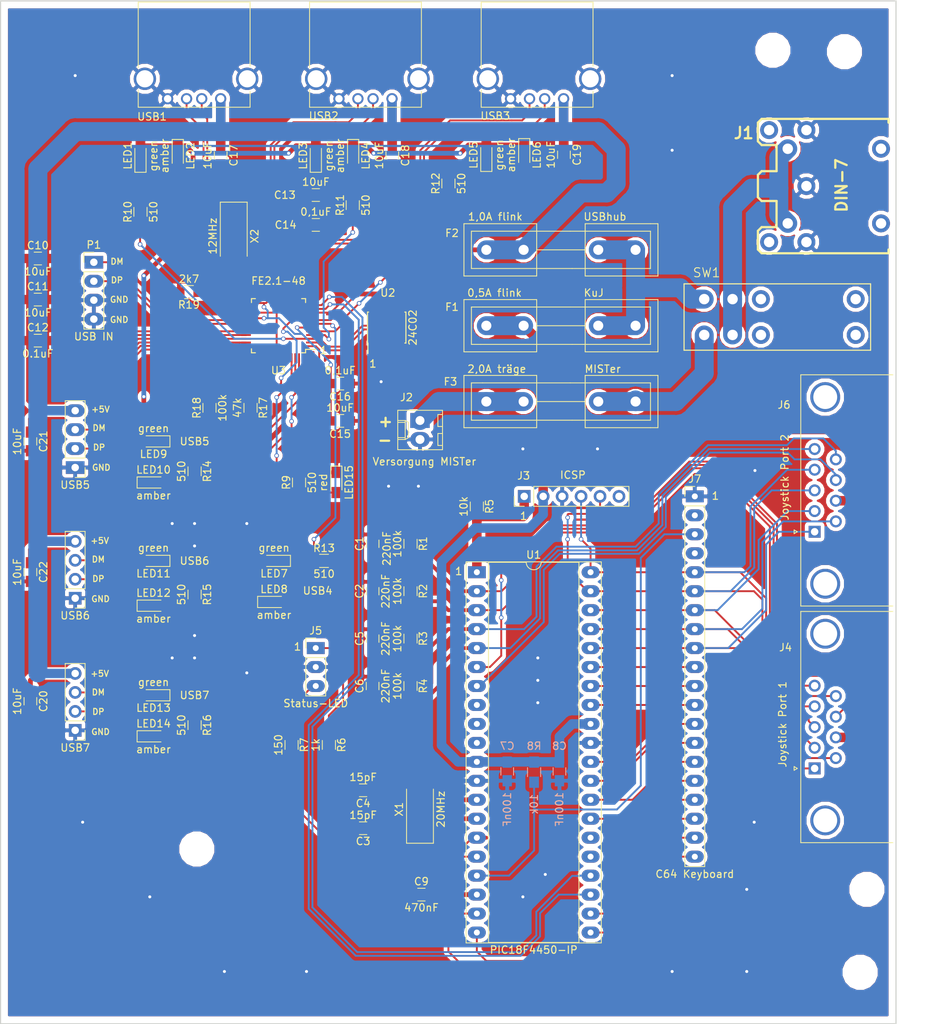
<source format=kicad_pcb>
(kicad_pcb (version 20171130) (host pcbnew "(5.0.1-3-g963ef8bb5)")
  (title_block (title KaJUSBhub) (date 18.11.2018) (rev 0.1) (company TMO) (comment 1 "Keyboard and Joystick USB-Hub"))
  (layers (0 F.Cu signal) (31 B.Cu signal) (34 B.Paste user) (35 F.Paste user) (36 B.SilkS user) (37 F.SilkS user) (38 B.Mask user) (39 F.Mask user) (44 Edge.Cuts user))
  (net 0 "")
  (net 1 PY1)
  (net 2 GND)
  (net 3 PX1)
  (net 4 "Net-(C3-Pad1)")
  (net 5 "Net-(C4-Pad1)")
  (net 6 PX2)
  (net 7 PY2)
  (net 8 "Net-(C9-Pad2)")
  (net 9 VDD33)
  (net 10 VD18)
  (net 11 "Net-(F1-Pad2)")
  (net 12 "Net-(J1-Pad4)")
  (net 13 J6:1-U1:1)
  (net 14 k7)
  (net 15 k6)
  (net 16 k3)
  (net 17 k5)
  (net 18 k4)
  (net 19 Joy1select)
  (net 20 Joy2select)
  (net 21 k8)
  (net 22 k2)
  (net 23 k1)
  (net 24 k0)
  (net 25 kH)
  (net 26 kG)
  (net 27 kF)
  (net 28 kE)
  (net 29 kD)
  (net 30 kC)
  (net 31 kB)
  (net 32 kA)
  (net 33 "Net-(LED1-Pad1)")
  (net 34 DRV)
  (net 35 "Net-(LED3-Pad1)")
  (net 36 "Net-(LED5-Pad1)")
  (net 37 "Net-(LED7-Pad1)")
  (net 38 "Net-(LED10-Pad2)")
  (net 39 "Net-(LED11-Pad1)")
  (net 40 "Net-(LED13-Pad1)")
  (net 41 "Net-(LED15-Pad2)")
  (net 42 DMU)
  (net 43 DPU)
  (net 44 "Net-(R6-Pad2)")
  (net 45 "Net-(R7-Pad2)")
  (net 46 LED1)
  (net 47 LED2)
  (net 48 LED3)
  (net 49 LED4)
  (net 50 LED5)
  (net 51 LED6)
  (net 52 LED7)
  (net 53 "Net-(R17-Pad1)")
  (net 54 "Net-(R19-Pad1)")
  (net 55 D-)
  (net 56 D+)
  (net 57 "Net-(U2-Pad5)")
  (net 58 DM3)
  (net 59 DP3)
  (net 60 DM2)
  (net 61 DP2)
  (net 62 DM1)
  (net 63 DP1)
  (net 64 "Net-(U3-Pad22)")
  (net 65 "Net-(U3-Pad23)")
  (net 66 DM5)
  (net 67 DP5)
  (net 68 DM6)
  (net 69 DP6)
  (net 70 DM7)
  (net 71 DP7)
  (net 72 +5VKaJ)
  (net 73 +5VUSBhub)
  (net 74 "Net-(F3-Pad1)")
  (net 75 "Net-(F3-Pad2)")
  (net 76 "Net-(J5-Pad1)")
  (net 77 "Net-(J5-Pad3)")
  (module Housings_DIP:DIP-40_W15.24mm_Socket_LongPads (layer F.Cu) (at 163.83 96.52)
    (fp_text reference U1 (at 7.62 -2.33) (layer F.SilkS))
    (fp_text value PIC18F4450-IP (at 7.62 50.59) (layer F.SilkS))
    (pad 1 thru_hole rect (at 0 0) (size 2.4 1.6) (drill 0.8) (layers *.Cu *.Mask) (net 13 J6:1-U1:1))
    (pad 21 thru_hole oval (at 15.24 48.26) (size 2.4 1.6) (drill 0.8) (layers *.Cu *.Mask) (net 30 kC))
    (pad 2 thru_hole oval (at 0 2.54) (size 2.4 1.6) (drill 0.8) (layers *.Cu *.Mask) (net 1 PY1))
    (pad 22 thru_hole oval (at 15.24 45.72) (size 2.4 1.6) (drill 0.8) (layers *.Cu *.Mask) (net 29 kD))
    (pad 3 thru_hole oval (at 0 5.08) (size 2.4 1.6) (drill 0.8) (layers *.Cu *.Mask) (net 3 PX1))
    (pad 23 thru_hole oval (at 15.24 43.18) (size 2.4 1.6) (drill 0.8) (layers *.Cu *.Mask) (net 55 D-))
    (pad 4 thru_hole oval (at 0 7.62) (size 2.4 1.6) (drill 0.8) (layers *.Cu *.Mask) (net 6 PX2))
    (pad 24 thru_hole oval (at 15.24 40.64) (size 2.4 1.6) (drill 0.8) (layers *.Cu *.Mask) (net 56 D+))
    (pad 5 thru_hole oval (at 0 10.16) (size 2.4 1.6) (drill 0.8) (layers *.Cu *.Mask) (net 7 PY2))
    (pad 25 thru_hole oval (at 15.24 38.1) (size 2.4 1.6) (drill 0.8) (layers *.Cu *.Mask))
    (pad 6 thru_hole oval (at 0 12.7) (size 2.4 1.6) (drill 0.8) (layers *.Cu *.Mask) (net 19 Joy1select))
    (pad 26 thru_hole oval (at 15.24 35.56) (size 2.4 1.6) (drill 0.8) (layers *.Cu *.Mask))
    (pad 7 thru_hole oval (at 0 15.24) (size 2.4 1.6) (drill 0.8) (layers *.Cu *.Mask) (net 20 Joy2select))
    (pad 27 thru_hole oval (at 15.24 33.02) (size 2.4 1.6) (drill 0.8) (layers *.Cu *.Mask) (net 28 kE))
    (pad 8 thru_hole oval (at 0 17.78) (size 2.4 1.6) (drill 0.8) (layers *.Cu *.Mask))
    (pad 28 thru_hole oval (at 15.24 30.48) (size 2.4 1.6) (drill 0.8) (layers *.Cu *.Mask) (net 27 kF))
    (pad 9 thru_hole oval (at 0 20.32) (size 2.4 1.6) (drill 0.8) (layers *.Cu *.Mask))
    (pad 29 thru_hole oval (at 15.24 27.94) (size 2.4 1.6) (drill 0.8) (layers *.Cu *.Mask) (net 26 kG))
    (pad 10 thru_hole oval (at 0 22.86) (size 2.4 1.6) (drill 0.8) (layers *.Cu *.Mask))
    (pad 30 thru_hole oval (at 15.24 25.4) (size 2.4 1.6) (drill 0.8) (layers *.Cu *.Mask) (net 25 kH))
    (pad 11 thru_hole oval (at 0 25.4) (size 2.4 1.6) (drill 0.8) (layers *.Cu *.Mask) (net 72 +5VKaJ))
    (pad 31 thru_hole oval (at 15.24 22.86) (size 2.4 1.6) (drill 0.8) (layers *.Cu *.Mask) (net 2 GND))
    (pad 12 thru_hole oval (at 0 27.94) (size 2.4 1.6) (drill 0.8) (layers *.Cu *.Mask) (net 2 GND))
    (pad 32 thru_hole oval (at 15.24 20.32) (size 2.4 1.6) (drill 0.8) (layers *.Cu *.Mask) (net 72 +5VKaJ))
    (pad 13 thru_hole oval (at 0 30.48) (size 2.4 1.6) (drill 0.8) (layers *.Cu *.Mask) (net 5 "Net-(C4-Pad1)"))
    (pad 33 thru_hole oval (at 15.24 17.78) (size 2.4 1.6) (drill 0.8) (layers *.Cu *.Mask) (net 24 k0))
    (pad 14 thru_hole oval (at 0 33.02) (size 2.4 1.6) (drill 0.8) (layers *.Cu *.Mask) (net 4 "Net-(C3-Pad1)"))
    (pad 34 thru_hole oval (at 15.24 15.24) (size 2.4 1.6) (drill 0.8) (layers *.Cu *.Mask) (net 23 k1))
    (pad 15 thru_hole oval (at 0 35.56) (size 2.4 1.6) (drill 0.8) (layers *.Cu *.Mask) (net 44 "Net-(R6-Pad2)"))
    (pad 35 thru_hole oval (at 15.24 12.7) (size 2.4 1.6) (drill 0.8) (layers *.Cu *.Mask) (net 22 k2))
    (pad 16 thru_hole oval (at 0 38.1) (size 2.4 1.6) (drill 0.8) (layers *.Cu *.Mask) (net 45 "Net-(R7-Pad2)"))
    (pad 36 thru_hole oval (at 15.24 10.16) (size 2.4 1.6) (drill 0.8) (layers *.Cu *.Mask) (net 16 k3))
    (pad 17 thru_hole oval (at 0 40.64) (size 2.4 1.6) (drill 0.8) (layers *.Cu *.Mask) (net 21 k8))
    (pad 37 thru_hole oval (at 15.24 7.62) (size 2.4 1.6) (drill 0.8) (layers *.Cu *.Mask) (net 18 k4))
    (pad 18 thru_hole oval (at 0 43.18) (size 2.4 1.6) (drill 0.8) (layers *.Cu *.Mask) (net 8 "Net-(C9-Pad2)"))
    (pad 38 thru_hole oval (at 15.24 5.08) (size 2.4 1.6) (drill 0.8) (layers *.Cu *.Mask) (net 17 k5))
    (pad 19 thru_hole oval (at 0 45.72) (size 2.4 1.6) (drill 0.8) (layers *.Cu *.Mask) (net 32 kA))
    (pad 39 thru_hole oval (at 15.24 2.54) (size 2.4 1.6) (drill 0.8) (layers *.Cu *.Mask) (net 15 k6))
    (pad 20 thru_hole oval (at 0 48.26) (size 2.4 1.6) (drill 0.8) (layers *.Cu *.Mask) (net 31 kB))
    (pad 40 thru_hole oval (at 15.24 0) (size 2.4 1.6) (drill 0.8) (layers *.Cu *.Mask) (net 14 k7))
  )
  (module TMO:DPDT_SWITCH (layer F.Cu) (at 197.6 62.34)
    (fp_text reference SW1 (at -4.9 -5.24) (layer F.SilkS) (effects (font (size 1.2065 1.2065) (thickness 0.127)) (justify left bottom)))
    (fp_text value DPDT_SWITCH hide)
    (pad 2 thru_hole circle (at 0.5 -2.4 90) (size 2.4 2.4) (drill 1.4) (layers *.Cu *.Mask) (net 12 "Net-(J1-Pad4)"))
    (pad 1 thru_hole circle (at -3.3 -2.4 90) (size 2.4 2.4) (drill 1.4) (layers *.Cu *.Mask) (net 11 "Net-(F1-Pad2)"))
    (pad 3 thru_hole circle (at 4.3 -2.4 90) (size 2.4 2.4) (drill 1.4) (layers *.Cu *.Mask))
    (pad 4 thru_hole circle (at -3.3 2.4 90) (size 2.4 2.4) (drill 1.4) (layers *.Cu *.Mask) (net 75 "Net-(F3-Pad2)"))
    (pad 5 thru_hole circle (at 0.5 2.4 90) (size 2.4 2.4) (drill 1.4) (layers *.Cu *.Mask) (net 12 "Net-(J1-Pad4)"))
    (pad 6 thru_hole circle (at 4.3 2.4 90) (size 2.4 2.4) (drill 1.4) (layers *.Cu *.Mask))
    (pad 7 thru_hole circle (at 17 -2.4 90) (size 2.4 2.4) (drill 1.4) (layers *.Cu *.Mask))
    (pad 8 thru_hole circle (at 17 2.4 90) (size 2.4 2.4) (drill 1.4) (layers *.Cu *.Mask))
  )
  (module TMO:din-7 (layer F.Cu) (at 210.9972 44.79808 90)
    (fp_text reference J1 (at 7.09808 -11.3972 180) (layer F.SilkS) (effects (font (size 1.524 1.524) (thickness 0.3048))))
    (fp_text value DIN-7 (at 0.09808 1.7028 90) (layer F.SilkS) (effects (font (size 1.524 1.524) (thickness 0.3048))))
    (pad "" thru_hole circle (at -5.00126 6.9977 90) (size 2.4 2.4) (drill 1.4) (layers *.Cu *.Mask))
    (pad "" thru_hole circle (at 5.00126 6.9977 90) (size 2.4 2.4) (drill 1.4) (layers *.Cu *.Mask))
    (pad 5 thru_hole circle (at -4.99618 -5.4991 90) (size 2.4 2.4) (drill 1.4) (layers *.Cu *.Mask) (net 12 "Net-(J1-Pad4)"))
    (pad 1 thru_hole circle (at 7.49808 -2.9972 90) (size 2.4 2.4) (drill 1.4) (layers *.Cu *.Mask) (net 2 GND))
    (pad 2 thru_hole circle (at 0 -2.99974 90) (size 2.4 2.4) (drill 1.4) (layers *.Cu *.Mask) (net 2 GND))
    (pad 4 thru_hole circle (at 4.99618 -5.4991 90) (size 2.4 2.4) (drill 1.4) (layers *.Cu *.Mask) (net 12 "Net-(J1-Pad4)"))
    (pad 3 thru_hole circle (at -7.5 -3 90) (size 2.4 2.4) (drill 1.4) (layers *.Cu *.Mask) (net 2 GND))
    (pad 7 thru_hole circle (at -7.49808 -7.9972 90) (size 2.4 2.4) (drill 1.4) (layers *.Cu *.Mask))
    (pad 6 thru_hole circle (at 7.49808 -7.9972 90) (size 2.4 2.4) (drill 1.4) (layers *.Cu *.Mask))
  )
  (module Capacitors_SMD:C_0805_HandSoldering (layer B.Cu) (at 167.9 123.2 270)
    (fp_text reference C7 (at -3.4 0) (layer B.SilkS) (effects (justify mirror)))
    (fp_text value 100nF (at 5.1 0 270) (layer B.SilkS) (effects (justify mirror)))
    (pad 1 smd rect (at -1.25 0 270) (size 1.5 1.25) (layers B.Cu B.Paste B.Mask) (net 72 +5VKaJ))
    (pad 2 smd rect (at 1.25 0 270) (size 1.5 1.25) (layers B.Cu B.Paste B.Mask) (net 2 GND))
  )
  (module Connectors_Molex:Molex_KK-6410-02_02x2.54mm_Straight (layer F.Cu) (at 156.21 76.2 270)
    (fp_text reference J2 (at -3.1 1.81) (layer F.SilkS))
    (fp_text value "Versorgung MISTer" (at 5.5 -0.59) (layer F.SilkS))
    (pad 2 thru_hole oval (at 2.54 0 270) (size 2 2.6) (drill 1.2) (layers *.Cu *.Mask) (net 2 GND))
    (pad 1 thru_hole rect (at 0 0 270) (size 2 2.6) (drill 1.2) (layers *.Cu *.Mask) (net 74 "Net-(F3-Pad1)"))
  )
  (module Resistors_SMD:R_0805_HandSoldering (layer B.Cu) (at 171.5 123.3 270)
    (fp_text reference R8 (at -3.5 0) (layer B.SilkS) (effects (justify mirror)))
    (fp_text value 10k (at 4.3 0 270) (layer B.SilkS) (effects (justify mirror)))
    (pad 1 smd rect (at -1.35 0 270) (size 1.5 1.3) (layers B.Cu B.Paste B.Mask) (net 72 +5VKaJ))
    (pad 2 smd rect (at 1.35 0 270) (size 1.5 1.3) (layers B.Cu B.Paste B.Mask) (net 21 k8))
  )
  (module TMO:Pin_Header_Straight_1x20_Pitch2.54mm_long_pad (layer F.Cu) (at 193.04 86.36)
    (fp_text reference J7 (at 0 -2.33) (layer F.SilkS))
    (fp_text value "C64 Keyboard" (at 0 50.59) (layer F.SilkS))
    (pad 1 thru_hole rect (at 0 0) (size 2.4 1.6) (drill 0.8) (layers *.Cu *.Mask) (net 2 GND))
    (pad 2 thru_hole oval (at 0 2.54) (size 2.4 1.6) (drill 0.8) (layers *.Cu *.Mask))
    (pad 3 thru_hole oval (at 0 5.08) (size 2.4 1.6) (drill 0.8) (layers *.Cu *.Mask) (net 21 k8))
    (pad 4 thru_hole oval (at 0 7.62) (size 2.4 1.6) (drill 0.8) (layers *.Cu *.Mask))
    (pad 5 thru_hole oval (at 0 10.16) (size 2.4 1.6) (drill 0.8) (layers *.Cu *.Mask) (net 14 k7))
    (pad 6 thru_hole oval (at 0 12.7) (size 2.4 1.6) (drill 0.8) (layers *.Cu *.Mask) (net 15 k6))
    (pad 7 thru_hole oval (at 0 15.24) (size 2.4 1.6) (drill 0.8) (layers *.Cu *.Mask) (net 17 k5))
    (pad 8 thru_hole oval (at 0 17.78) (size 2.4 1.6) (drill 0.8) (layers *.Cu *.Mask) (net 18 k4))
    (pad 9 thru_hole oval (at 0 20.32) (size 2.4 1.6) (drill 0.8) (layers *.Cu *.Mask) (net 16 k3))
    (pad 10 thru_hole oval (at 0 22.86) (size 2.4 1.6) (drill 0.8) (layers *.Cu *.Mask) (net 22 k2))
    (pad 11 thru_hole oval (at 0 25.4) (size 2.4 1.6) (drill 0.8) (layers *.Cu *.Mask) (net 23 k1))
    (pad 12 thru_hole oval (at 0 27.94) (size 2.4 1.6) (drill 0.8) (layers *.Cu *.Mask) (net 24 k0))
    (pad 13 thru_hole oval (at 0 30.48) (size 2.4 1.6) (drill 0.8) (layers *.Cu *.Mask) (net 25 kH))
    (pad 14 thru_hole oval (at 0 33.02) (size 2.4 1.6) (drill 0.8) (layers *.Cu *.Mask) (net 26 kG))
    (pad 15 thru_hole oval (at 0 35.56) (size 2.4 1.6) (drill 0.8) (layers *.Cu *.Mask) (net 27 kF))
    (pad 16 thru_hole oval (at 0 38.1) (size 2.4 1.6) (drill 0.8) (layers *.Cu *.Mask) (net 28 kE))
    (pad 17 thru_hole oval (at 0 40.64) (size 2.4 1.6) (drill 0.8) (layers *.Cu *.Mask) (net 29 kD))
    (pad 18 thru_hole oval (at 0 43.18) (size 2.4 1.6) (drill 0.8) (layers *.Cu *.Mask) (net 30 kC))
    (pad 19 thru_hole oval (at 0 45.72) (size 2.4 1.6) (drill 0.8) (layers *.Cu *.Mask) (net 31 kB))
    (pad 20 thru_hole oval (at 0 48.26) (size 2.4 1.6) (drill 0.8) (layers *.Cu *.Mask) (net 32 kA))
  )
  (module Connectors_DSub:DSUB-9_Male_Horizontal_Pitch2.77x2.84mm_EdgePinOffset7.70mm_Housed_MountingHolesOffset9.12mm (layer F.Cu) (at 209.1 122.8 90)
    (fp_text reference J4 (at 16.2 -3.9 180) (layer F.SilkS))
    (fp_text value "Joystick Port 1" (at 5.9 -4.3 90) (layer F.SilkS))
    (pad 1 thru_hole rect (at 0 0 90) (size 1.6 1.6) (drill 1) (layers *.Cu *.Mask) (net 16 k3))
    (pad 2 thru_hole circle (at 2.77 0 90) (size 1.6 1.6) (drill 1) (layers *.Cu *.Mask) (net 17 k5))
    (pad 3 thru_hole circle (at 5.54 0 90) (size 1.6 1.6) (drill 1) (layers *.Cu *.Mask) (net 15 k6))
    (pad 4 thru_hole circle (at 8.31 0 90) (size 1.6 1.6) (drill 1) (layers *.Cu *.Mask) (net 14 k7))
    (pad 5 thru_hole circle (at 11.08 0 90) (size 1.6 1.6) (drill 1) (layers *.Cu *.Mask) (net 1 PY1))
    (pad 6 thru_hole circle (at 1.385 2.84 90) (size 1.6 1.6) (drill 1) (layers *.Cu *.Mask) (net 18 k4))
    (pad 7 thru_hole circle (at 4.155 2.84 90) (size 1.6 1.6) (drill 1) (layers *.Cu *.Mask) (net 72 +5VKaJ))
    (pad 8 thru_hole circle (at 6.925 2.84 90) (size 1.6 1.6) (drill 1) (layers *.Cu *.Mask) (net 19 Joy1select))
    (pad 9 thru_hole circle (at 9.695 2.84 90) (size 1.6 1.6) (drill 1) (layers *.Cu *.Mask) (net 3 PX1))
    (pad 0 thru_hole circle (at -6.96 1.42 90) (size 4 4) (drill 3.2) (layers *.Cu *.Mask))
    (pad 0 thru_hole circle (at 18.04 1.42 90) (size 4 4) (drill 3.2) (layers *.Cu *.Mask))
  )
  (module Connectors_DSub:DSUB-9_Male_Horizontal_Pitch2.77x2.84mm_EdgePinOffset7.70mm_Housed_MountingHolesOffset9.12mm (layer F.Cu) (at 209.1 91.1 90)
    (fp_text reference J6 (at 17 -4.1 180) (layer F.SilkS))
    (fp_text value "Joystick Port 2" (at 7.3 -4 90) (layer F.SilkS))
    (pad 0 thru_hole circle (at 18.04 1.42 90) (size 4 4) (drill 3.2) (layers *.Cu *.Mask))
    (pad 0 thru_hole circle (at -6.96 1.42 90) (size 4 4) (drill 3.2) (layers *.Cu *.Mask))
    (pad 9 thru_hole circle (at 9.695 2.84 90) (size 1.6 1.6) (drill 1) (layers *.Cu *.Mask) (net 6 PX2))
    (pad 8 thru_hole circle (at 6.925 2.84 90) (size 1.6 1.6) (drill 1) (layers *.Cu *.Mask) (net 20 Joy2select))
    (pad 7 thru_hole circle (at 4.155 2.84 90) (size 1.6 1.6) (drill 1) (layers *.Cu *.Mask) (net 72 +5VKaJ))
    (pad 6 thru_hole circle (at 1.385 2.84 90) (size 1.6 1.6) (drill 1) (layers *.Cu *.Mask) (net 18 k4))
    (pad 5 thru_hole circle (at 11.08 0 90) (size 1.6 1.6) (drill 1) (layers *.Cu *.Mask) (net 7 PY2))
    (pad 4 thru_hole circle (at 8.31 0 90) (size 1.6 1.6) (drill 1) (layers *.Cu *.Mask) (net 14 k7))
    (pad 3 thru_hole circle (at 5.54 0 90) (size 1.6 1.6) (drill 1) (layers *.Cu *.Mask) (net 15 k6))
    (pad 2 thru_hole circle (at 2.77 0 90) (size 1.6 1.6) (drill 1) (layers *.Cu *.Mask) (net 17 k5))
    (pad 1 thru_hole rect (at 0 0 90) (size 1.6 1.6) (drill 1) (layers *.Cu *.Mask) (net 16 k3))
  )
  (module Housings_QFP:LQFP-48_7x7mm_Pitch0.5mm (layer F.Cu) (at 137.25 63.5 180)
    (fp_text reference U3 (at 0 -6 180) (layer F.SilkS))
    (fp_text value FE2.1-48 (at 0 6 180) (layer F.SilkS))
    (pad 1 smd rect (at -4.35 -2.75 180) (size 1.3 0.25) (layers F.Cu F.Paste F.Mask) (net 34 DRV))
    (pad 2 smd rect (at -4.35 -2.25 180) (size 1.3 0.25) (layers F.Cu F.Paste F.Mask) (net 57 "Net-(U2-Pad5)"))
    (pad 3 smd rect (at -4.35 -1.75 180) (size 1.3 0.25) (layers F.Cu F.Paste F.Mask) (net 46 LED1))
    (pad 4 smd rect (at -4.35 -1.25 180) (size 1.3 0.25) (layers F.Cu F.Paste F.Mask) (net 47 LED2))
    (pad 5 smd rect (at -4.35 -0.75 180) (size 1.3 0.25) (layers F.Cu F.Paste F.Mask) (net 48 LED3))
    (pad 6 smd rect (at -4.35 -0.25 180) (size 1.3 0.25) (layers F.Cu F.Paste F.Mask) (net 10 VD18))
    (pad 7 smd rect (at -4.35 0.25 180) (size 1.3 0.25) (layers F.Cu F.Paste F.Mask) (net 49 LED4))
    (pad 8 smd rect (at -4.35 0.75 180) (size 1.3 0.25) (layers F.Cu F.Paste F.Mask) (net 73 +5VUSBhub))
    (pad 9 smd rect (at -4.35 1.25 180) (size 1.3 0.25) (layers F.Cu F.Paste F.Mask) (net 9 VDD33))
    (pad 10 smd rect (at -4.35 1.75 180) (size 1.3 0.25) (layers F.Cu F.Paste F.Mask) (net 2 GND))
    (pad 11 smd rect (at -4.35 2.25 180) (size 1.3 0.25) (layers F.Cu F.Paste F.Mask) (net 55 D-))
    (pad 12 smd rect (at -4.35 2.75 180) (size 1.3 0.25) (layers F.Cu F.Paste F.Mask) (net 56 D+))
    (pad 13 smd rect (at -2.75 4.35 270) (size 1.3 0.25) (layers F.Cu F.Paste F.Mask) (net 58 DM3))
    (pad 14 smd rect (at -2.25 4.35 270) (size 1.3 0.25) (layers F.Cu F.Paste F.Mask) (net 59 DP3))
    (pad 15 smd rect (at -1.75 4.35 270) (size 1.3 0.25) (layers F.Cu F.Paste F.Mask) (net 9 VDD33))
    (pad 16 smd rect (at -1.25 4.35 270) (size 1.3 0.25) (layers F.Cu F.Paste F.Mask) (net 60 DM2))
    (pad 17 smd rect (at -0.75 4.35 270) (size 1.3 0.25) (layers F.Cu F.Paste F.Mask) (net 61 DP2))
    (pad 18 smd rect (at -0.25 4.35 270) (size 1.3 0.25) (layers F.Cu F.Paste F.Mask) (net 62 DM1))
    (pad 19 smd rect (at 0.25 4.35 270) (size 1.3 0.25) (layers F.Cu F.Paste F.Mask) (net 63 DP1))
    (pad 20 smd rect (at 0.75 4.35 270) (size 1.3 0.25) (layers F.Cu F.Paste F.Mask) (net 9 VDD33))
    (pad 21 smd rect (at 1.25 4.35 270) (size 1.3 0.25) (layers F.Cu F.Paste F.Mask) (net 10 VD18))
    (pad 22 smd rect (at 1.75 4.35 270) (size 1.3 0.25) (layers F.Cu F.Paste F.Mask) (net 64 "Net-(U3-Pad22)"))
    (pad 23 smd rect (at 2.25 4.35 270) (size 1.3 0.25) (layers F.Cu F.Paste F.Mask) (net 65 "Net-(U3-Pad23)"))
    (pad 24 smd rect (at 2.75 4.35 270) (size 1.3 0.25) (layers F.Cu F.Paste F.Mask) (net 2 GND))
    (pad 25 smd rect (at 4.35 2.75 180) (size 1.3 0.25) (layers F.Cu F.Paste F.Mask) (net 10 VD18))
    (pad 26 smd rect (at 4.35 2.25 180) (size 1.3 0.25) (layers F.Cu F.Paste F.Mask) (net 9 VDD33))
    (pad 27 smd rect (at 4.35 1.75 180) (size 1.3 0.25) (layers F.Cu F.Paste F.Mask) (net 54 "Net-(R19-Pad1)"))
    (pad 28 smd rect (at 4.35 1.25 180) (size 1.3 0.25) (layers F.Cu F.Paste F.Mask) (net 10 VD18))
    (pad 29 smd rect (at 4.35 0.75 180) (size 1.3 0.25) (layers F.Cu F.Paste F.Mask) (net 42 DMU))
    (pad 30 smd rect (at 4.35 0.25 180) (size 1.3 0.25) (layers F.Cu F.Paste F.Mask) (net 43 DPU))
    (pad 31 smd rect (at 4.35 -0.25 180) (size 1.3 0.25) (layers F.Cu F.Paste F.Mask) (net 9 VDD33))
    (pad 32 smd rect (at 4.35 -0.75 180) (size 1.3 0.25) (layers F.Cu F.Paste F.Mask) (net 66 DM5))
    (pad 33 smd rect (at 4.35 -1.25 180) (size 1.3 0.25) (layers F.Cu F.Paste F.Mask) (net 67 DP5))
    (pad 34 smd rect (at 4.35 -1.75 180) (size 1.3 0.25) (layers F.Cu F.Paste F.Mask) (net 68 DM6))
    (pad 35 smd rect (at 4.35 -2.25 180) (size 1.3 0.25) (layers F.Cu F.Paste F.Mask) (net 69 DP6))
    (pad 36 smd rect (at 4.35 -2.75 180) (size 1.3 0.25) (layers F.Cu F.Paste F.Mask) (net 9 VDD33))
    (pad 37 smd rect (at 2.75 -4.35 270) (size 1.3 0.25) (layers F.Cu F.Paste F.Mask) (net 70 DM7))
    (pad 38 smd rect (at 2.25 -4.35 270) (size 1.3 0.25) (layers F.Cu F.Paste F.Mask) (net 71 DP7))
    (pad 39 smd rect (at 1.75 -4.35 270) (size 1.3 0.25) (layers F.Cu F.Paste F.Mask) (net 2 GND))
    (pad 40 smd rect (at 1.25 -4.35 270) (size 1.3 0.25) (layers F.Cu F.Paste F.Mask) (net 9 VDD33))
    (pad 41 smd rect (at 0.75 -4.35 270) (size 1.3 0.25) (layers F.Cu F.Paste F.Mask) (net 53 "Net-(R17-Pad1)"))
    (pad 42 smd rect (at 0.25 -4.35 270) (size 1.3 0.25) (layers F.Cu F.Paste F.Mask) (net 9 VDD33))
    (pad 43 smd rect (at -0.25 -4.35 270) (size 1.3 0.25) (layers F.Cu F.Paste F.Mask) (net 9 VDD33))
    (pad 44 smd rect (at -0.75 -4.35 270) (size 1.3 0.25) (layers F.Cu F.Paste F.Mask))
    (pad 45 smd rect (at -1.25 -4.35 270) (size 1.3 0.25) (layers F.Cu F.Paste F.Mask) (net 9 VDD33))
    (pad 46 smd rect (at -1.75 -4.35 270) (size 1.3 0.25) (layers F.Cu F.Paste F.Mask) (net 52 LED7))
    (pad 47 smd rect (at -2.25 -4.35 270) (size 1.3 0.25) (layers F.Cu F.Paste F.Mask) (net 51 LED6))
    (pad 48 smd rect (at -2.75 -4.35 270) (size 1.3 0.25) (layers F.Cu F.Paste F.Mask) (net 50 LED5))
  )
  (module Capacitors_SMD:C_0805_HandSoldering (layer F.Cu) (at 149.86 92.71 90)
    (fp_text reference C1 (at 0 -1.75 90) (layer F.SilkS))
    (fp_text value 220nF (at -0.635 1.905 90) (layer F.SilkS))
    (pad 1 smd rect (at -1.25 0 90) (size 1.5 1.25) (layers F.Cu F.Paste F.Mask) (net 1 PY1))
    (pad 2 smd rect (at 1.25 0 90) (size 1.5 1.25) (layers F.Cu F.Paste F.Mask) (net 2 GND))
  )
  (module Capacitors_SMD:C_0805_HandSoldering (layer F.Cu) (at 149.86 99.06 90)
    (fp_text reference C2 (at 0 -1.75 90) (layer F.SilkS))
    (fp_text value 220nF (at 0 1.75 90) (layer F.SilkS))
    (pad 1 smd rect (at -1.25 0 90) (size 1.5 1.25) (layers F.Cu F.Paste F.Mask) (net 3 PX1))
    (pad 2 smd rect (at 1.25 0 90) (size 1.5 1.25) (layers F.Cu F.Paste F.Mask) (net 2 GND))
  )
  (module Capacitors_SMD:C_0805_HandSoldering (layer F.Cu) (at 148.59 130.81 180)
    (fp_text reference C3 (at 0 -1.75 180) (layer F.SilkS))
    (fp_text value 15pF (at 0 1.75 180) (layer F.SilkS))
    (pad 1 smd rect (at -1.25 0 180) (size 1.5 1.25) (layers F.Cu F.Paste F.Mask) (net 4 "Net-(C3-Pad1)"))
    (pad 2 smd rect (at 1.25 0 180) (size 1.5 1.25) (layers F.Cu F.Paste F.Mask) (net 2 GND))
  )
  (module Capacitors_SMD:C_0805_HandSoldering (layer F.Cu) (at 148.59 125.73 180)
    (fp_text reference C4 (at 0 -1.75 180) (layer F.SilkS))
    (fp_text value 15pF (at 0 1.75 180) (layer F.SilkS))
    (pad 1 smd rect (at -1.25 0 180) (size 1.5 1.25) (layers F.Cu F.Paste F.Mask) (net 5 "Net-(C4-Pad1)"))
    (pad 2 smd rect (at 1.25 0 180) (size 1.5 1.25) (layers F.Cu F.Paste F.Mask) (net 2 GND))
  )
  (module Capacitors_SMD:C_0805_HandSoldering (layer F.Cu) (at 149.86 105.41 90)
    (fp_text reference C5 (at 0 -1.75 90) (layer F.SilkS))
    (fp_text value 220nF (at 0 1.75 90) (layer F.SilkS))
    (pad 1 smd rect (at -1.25 0 90) (size 1.5 1.25) (layers F.Cu F.Paste F.Mask) (net 6 PX2))
    (pad 2 smd rect (at 1.25 0 90) (size 1.5 1.25) (layers F.Cu F.Paste F.Mask) (net 2 GND))
  )
  (module Capacitors_SMD:C_0805_HandSoldering (layer F.Cu) (at 149.86 111.76 90)
    (fp_text reference C6 (at 0 -1.75 90) (layer F.SilkS))
    (fp_text value 220nF (at 0 1.75 270) (layer F.SilkS))
    (pad 1 smd rect (at -1.25 0 90) (size 1.5 1.25) (layers F.Cu F.Paste F.Mask) (net 7 PY2))
    (pad 2 smd rect (at 1.25 0 90) (size 1.5 1.25) (layers F.Cu F.Paste F.Mask) (net 2 GND))
  )
  (module Capacitors_SMD:C_0805_HandSoldering (layer B.Cu) (at 174.9 123.2 270)
    (fp_text reference C8 (at -3.4 0) (layer B.SilkS) (effects (justify mirror)))
    (fp_text value 100nF (at 5.1 0 270) (layer B.SilkS) (effects (justify mirror)))
    (pad 1 smd rect (at -1.25 0 270) (size 1.5 1.25) (layers B.Cu B.Paste B.Mask) (net 72 +5VKaJ))
    (pad 2 smd rect (at 1.25 0 270) (size 1.5 1.25) (layers B.Cu B.Paste B.Mask) (net 2 GND))
  )
  (module Capacitors_SMD:C_0805_HandSoldering (layer F.Cu) (at 156.4 139.7)
    (fp_text reference C9 (at 0 -1.75) (layer F.SilkS))
    (fp_text value 470nF (at 0 1.75) (layer F.SilkS))
    (pad 1 smd rect (at -1.25 0) (size 1.5 1.25) (layers F.Cu F.Paste F.Mask) (net 2 GND))
    (pad 2 smd rect (at 1.25 0) (size 1.5 1.25) (layers F.Cu F.Paste F.Mask) (net 8 "Net-(C9-Pad2)"))
  )
  (module Capacitors_SMD:C_0805_HandSoldering (layer F.Cu) (at 105 54.5)
    (fp_text reference C10 (at 0 -1.75) (layer F.SilkS))
    (fp_text value 10uF (at 0 1.75) (layer F.SilkS))
    (pad 1 smd rect (at -1.25 0) (size 1.5 1.25) (layers F.Cu F.Paste F.Mask) (net 73 +5VUSBhub))
    (pad 2 smd rect (at 1.25 0) (size 1.5 1.25) (layers F.Cu F.Paste F.Mask) (net 2 GND))
  )
  (module Capacitors_SMD:C_0805_HandSoldering (layer F.Cu) (at 105 60)
    (fp_text reference C11 (at 0 -1.75) (layer F.SilkS))
    (fp_text value 10uF (at 0 1.75) (layer F.SilkS))
    (pad 1 smd rect (at -1.25 0) (size 1.5 1.25) (layers F.Cu F.Paste F.Mask) (net 73 +5VUSBhub))
    (pad 2 smd rect (at 1.25 0) (size 1.5 1.25) (layers F.Cu F.Paste F.Mask) (net 2 GND))
  )
  (module Capacitors_SMD:C_0805_HandSoldering (layer F.Cu) (at 105 65.5)
    (fp_text reference C12 (at 0 -1.75) (layer F.SilkS))
    (fp_text value 0.1uF (at 0 1.75) (layer F.SilkS))
    (pad 1 smd rect (at -1.25 0) (size 1.5 1.25) (layers F.Cu F.Paste F.Mask) (net 73 +5VUSBhub))
    (pad 2 smd rect (at 1.25 0) (size 1.5 1.25) (layers F.Cu F.Paste F.Mask) (net 2 GND))
  )
  (module Capacitors_SMD:C_0805_HandSoldering (layer F.Cu) (at 142.25 46 180)
    (fp_text reference C13 (at 4.15 0 180) (layer F.SilkS))
    (fp_text value 10uF (at 0 1.75 180) (layer F.SilkS))
    (pad 1 smd rect (at -1.25 0 180) (size 1.5 1.25) (layers F.Cu F.Paste F.Mask) (net 2 GND))
    (pad 2 smd rect (at 1.25 0 180) (size 1.5 1.25) (layers F.Cu F.Paste F.Mask) (net 9 VDD33))
  )
  (module Capacitors_SMD:C_0805_HandSoldering (layer F.Cu) (at 142.25 50 180)
    (fp_text reference C14 (at 4.05 0 180) (layer F.SilkS))
    (fp_text value 0,1uF (at 0 1.75 180) (layer F.SilkS))
    (pad 1 smd rect (at -1.25 0 180) (size 1.5 1.25) (layers F.Cu F.Paste F.Mask) (net 2 GND))
    (pad 2 smd rect (at 1.25 0 180) (size 1.5 1.25) (layers F.Cu F.Paste F.Mask) (net 9 VDD33))
  )
  (module Capacitors_SMD:C_0805_HandSoldering (layer F.Cu) (at 145.5 76.25 180)
    (fp_text reference C15 (at 0 -1.75 180) (layer F.SilkS))
    (fp_text value 10uF (at 0 1.75 180) (layer F.SilkS))
    (pad 1 smd rect (at -1.25 0 180) (size 1.5 1.25) (layers F.Cu F.Paste F.Mask) (net 2 GND))
    (pad 2 smd rect (at 1.25 0 180) (size 1.5 1.25) (layers F.Cu F.Paste F.Mask) (net 10 VD18))
  )
  (module Capacitors_SMD:C_0805_HandSoldering (layer F.Cu) (at 145.5 71.25 180)
    (fp_text reference C16 (at 0 -1.75 180) (layer F.SilkS))
    (fp_text value 0,1uF (at 0 1.75 180) (layer F.SilkS))
    (pad 1 smd rect (at -1.25 0 180) (size 1.5 1.25) (layers F.Cu F.Paste F.Mask) (net 2 GND))
    (pad 2 smd rect (at 1.25 0 180) (size 1.5 1.25) (layers F.Cu F.Paste F.Mask) (net 10 VD18))
  )
  (module Capacitors_SMD:C_0805_HandSoldering (layer F.Cu) (at 129.5 40.7 270)
    (fp_text reference C17 (at 0 -1.75 270) (layer F.SilkS))
    (fp_text value 10uF (at 0 1.75 270) (layer F.SilkS))
    (pad 1 smd rect (at -1.25 0 270) (size 1.5 1.25) (layers F.Cu F.Paste F.Mask) (net 73 +5VUSBhub))
    (pad 2 smd rect (at 1.25 0 270) (size 1.5 1.25) (layers F.Cu F.Paste F.Mask) (net 2 GND))
  )
  (module Capacitors_SMD:C_0805_HandSoldering (layer F.Cu) (at 152.5 40.7 270)
    (fp_text reference C18 (at 0 -1.75 270) (layer F.SilkS))
    (fp_text value 10uF (at 0 1.75 270) (layer F.SilkS))
    (pad 1 smd rect (at -1.25 0 270) (size 1.5 1.25) (layers F.Cu F.Paste F.Mask) (net 73 +5VUSBhub))
    (pad 2 smd rect (at 1.25 0 270) (size 1.5 1.25) (layers F.Cu F.Paste F.Mask) (net 2 GND))
  )
  (module Capacitors_SMD:C_0805_HandSoldering (layer F.Cu) (at 175.5 40.6 270)
    (fp_text reference C19 (at 0 -1.75 270) (layer F.SilkS))
    (fp_text value 10uF (at 0 1.75 270) (layer F.SilkS))
    (pad 1 smd rect (at -1.25 0 270) (size 1.5 1.25) (layers F.Cu F.Paste F.Mask) (net 73 +5VUSBhub))
    (pad 2 smd rect (at 1.25 0 270) (size 1.5 1.25) (layers F.Cu F.Paste F.Mask) (net 2 GND))
  )
  (module Capacitors_SMD:C_0805_HandSoldering (layer F.Cu) (at 104 79 270)
    (fp_text reference C21 (at 0 -1.75 270) (layer F.SilkS))
    (fp_text value 10uF (at 0 1.75 270) (layer F.SilkS))
    (pad 1 smd rect (at -1.25 0 270) (size 1.5 1.25) (layers F.Cu F.Paste F.Mask) (net 73 +5VUSBhub))
    (pad 2 smd rect (at 1.25 0 270) (size 1.5 1.25) (layers F.Cu F.Paste F.Mask) (net 2 GND))
  )
  (module Capacitors_SMD:C_0805_HandSoldering (layer F.Cu) (at 104 96.5 270)
    (fp_text reference C22 (at 0 -1.75 270) (layer F.SilkS))
    (fp_text value 10uF (at 0 1.75 270) (layer F.SilkS))
    (pad 1 smd rect (at -1.25 0 270) (size 1.5 1.25) (layers F.Cu F.Paste F.Mask) (net 73 +5VUSBhub))
    (pad 2 smd rect (at 1.25 0 270) (size 1.5 1.25) (layers F.Cu F.Paste F.Mask) (net 2 GND))
  )
  (module Fuse_Holders_and_Fuses:Fuseholder5x20_horiz_open_inline_Type-I (layer F.Cu) (at 165.1 63.5)
    (fp_text reference F1 (at -4.6 -2.5) (layer F.SilkS))
    (fp_text value "0,5A flink" (at 1.1 -4.4) (layer F.SilkS))
    (pad 2 thru_hole circle (at 15 0) (size 2.35 2.35) (drill 1.35) (layers *.Cu *.Mask) (net 11 "Net-(F1-Pad2)"))
    (pad 2 thru_hole circle (at 20 0) (size 2.35 2.35) (drill 1.35) (layers *.Cu *.Mask) (net 11 "Net-(F1-Pad2)"))
    (pad 1 thru_hole circle (at 5 0) (size 2.35 2.35) (drill 1.35) (layers *.Cu *.Mask) (net 72 +5VKaJ))
    (pad 1 thru_hole circle (at 0 0) (size 2.35 2.35) (drill 1.35) (layers *.Cu *.Mask) (net 72 +5VKaJ))
  )
  (module Fuse_Holders_and_Fuses:Fuseholder5x20_horiz_open_inline_Type-I (layer F.Cu) (at 165.1 53.34)
    (fp_text reference F2 (at -4.6 -2.24) (layer F.SilkS))
    (fp_text value "1,0A flink" (at 1.2 -4.44) (layer F.SilkS))
    (pad 2 thru_hole circle (at 15 0) (size 2.35 2.35) (drill 1.35) (layers *.Cu *.Mask) (net 11 "Net-(F1-Pad2)"))
    (pad 2 thru_hole circle (at 20 0) (size 2.35 2.35) (drill 1.35) (layers *.Cu *.Mask) (net 11 "Net-(F1-Pad2)"))
    (pad 1 thru_hole circle (at 5 0) (size 2.35 2.35) (drill 1.35) (layers *.Cu *.Mask) (net 73 +5VUSBhub))
    (pad 1 thru_hole circle (at 0 0) (size 2.35 2.35) (drill 1.35) (layers *.Cu *.Mask) (net 73 +5VUSBhub))
  )
  (module LEDs:LED_0805_HandSoldering (layer F.Cu) (at 118.75 40.75 90)
    (fp_text reference LED1 (at 0 -1.7 90) (layer F.SilkS))
    (fp_text value green (at 0 1.75 90) (layer F.SilkS))
    (pad 1 smd rect (at -1.35 0 90) (size 1.5 1.3) (layers F.Cu F.Paste F.Mask) (net 33 "Net-(LED1-Pad1)"))
    (pad 2 smd rect (at 1.35 0 90) (size 1.5 1.3) (layers F.Cu F.Paste F.Mask) (net 34 DRV))
  )
  (module LEDs:LED_0805_HandSoldering (layer F.Cu) (at 123.75 40.75 270)
    (fp_text reference LED2 (at 0 -1.7 270) (layer F.SilkS))
    (fp_text value amber (at 0 1.75 270) (layer F.SilkS))
    (pad 1 smd rect (at -1.35 0 270) (size 1.5 1.3) (layers F.Cu F.Paste F.Mask) (net 34 DRV))
    (pad 2 smd rect (at 1.35 0 270) (size 1.5 1.3) (layers F.Cu F.Paste F.Mask) (net 33 "Net-(LED1-Pad1)"))
  )
  (module LEDs:LED_0805_HandSoldering (layer F.Cu) (at 142.25 40.75 90)
    (fp_text reference LED3 (at 0 -1.7 90) (layer F.SilkS))
    (fp_text value green (at 0 1.75 90) (layer F.SilkS))
    (pad 1 smd rect (at -1.35 0 90) (size 1.5 1.3) (layers F.Cu F.Paste F.Mask) (net 35 "Net-(LED3-Pad1)"))
    (pad 2 smd rect (at 1.35 0 90) (size 1.5 1.3) (layers F.Cu F.Paste F.Mask) (net 34 DRV))
  )
  (module LEDs:LED_0805_HandSoldering (layer F.Cu) (at 147.25 40.75 270)
    (fp_text reference LED4 (at 0 -1.7 270) (layer F.SilkS))
    (fp_text value amber (at 0 1.75 270) (layer F.SilkS))
    (pad 1 smd rect (at -1.35 0 270) (size 1.5 1.3) (layers F.Cu F.Paste F.Mask) (net 34 DRV))
    (pad 2 smd rect (at 1.35 0 270) (size 1.5 1.3) (layers F.Cu F.Paste F.Mask) (net 35 "Net-(LED3-Pad1)"))
  )
  (module LEDs:LED_0805_HandSoldering (layer F.Cu) (at 165.1 40.64 90)
    (fp_text reference LED5 (at 0 -1.7 90) (layer F.SilkS))
    (fp_text value green (at 0 1.75 90) (layer F.SilkS))
    (pad 1 smd rect (at -1.35 0 90) (size 1.5 1.3) (layers F.Cu F.Paste F.Mask) (net 36 "Net-(LED5-Pad1)"))
    (pad 2 smd rect (at 1.35 0 90) (size 1.5 1.3) (layers F.Cu F.Paste F.Mask) (net 34 DRV))
  )
  (module LEDs:LED_0805_HandSoldering (layer F.Cu) (at 170.18 40.64 270)
    (fp_text reference LED6 (at 0 -1.7 270) (layer F.SilkS))
    (fp_text value amber (at 0 1.75 270) (layer F.SilkS))
    (pad 1 smd rect (at -1.35 0 270) (size 1.5 1.3) (layers F.Cu F.Paste F.Mask) (net 34 DRV))
    (pad 2 smd rect (at 1.35 0 270) (size 1.5 1.3) (layers F.Cu F.Paste F.Mask) (net 36 "Net-(LED5-Pad1)"))
  )
  (module LEDs:LED_0805_HandSoldering (layer F.Cu) (at 136.65 95 180)
    (fp_text reference LED7 (at 0 -1.7 180) (layer F.SilkS))
    (fp_text value green (at 0 1.75 180) (layer F.SilkS))
    (pad 1 smd rect (at -1.35 0 180) (size 1.5 1.3) (layers F.Cu F.Paste F.Mask) (net 37 "Net-(LED7-Pad1)"))
    (pad 2 smd rect (at 1.35 0 180) (size 1.5 1.3) (layers F.Cu F.Paste F.Mask) (net 34 DRV))
  )
  (module LEDs:LED_0805_HandSoldering (layer F.Cu) (at 136.65 100.5)
    (fp_text reference LED8 (at 0 -1.7) (layer F.SilkS))
    (fp_text value amber (at 0 1.75) (layer F.SilkS))
    (pad 1 smd rect (at -1.35 0) (size 1.5 1.3) (layers F.Cu F.Paste F.Mask) (net 34 DRV))
    (pad 2 smd rect (at 1.35 0) (size 1.5 1.3) (layers F.Cu F.Paste F.Mask) (net 37 "Net-(LED7-Pad1)"))
  )
  (module LEDs:LED_0805_HandSoldering (layer F.Cu) (at 120.5 79 180)
    (fp_text reference LED9 (at 0 -1.7 180) (layer F.SilkS))
    (fp_text value green (at 0 1.75 180) (layer F.SilkS))
    (pad 1 smd rect (at -1.35 0 180) (size 1.5 1.3) (layers F.Cu F.Paste F.Mask) (net 38 "Net-(LED10-Pad2)"))
    (pad 2 smd rect (at 1.35 0 180) (size 1.5 1.3) (layers F.Cu F.Paste F.Mask) (net 34 DRV))
  )
  (module LEDs:LED_0805_HandSoldering (layer F.Cu) (at 120.5 84.5)
    (fp_text reference LED10 (at 0 -1.7) (layer F.SilkS))
    (fp_text value amber (at 0 1.75) (layer F.SilkS))
    (pad 1 smd rect (at -1.35 0) (size 1.5 1.3) (layers F.Cu F.Paste F.Mask) (net 34 DRV))
    (pad 2 smd rect (at 1.35 0) (size 1.5 1.3) (layers F.Cu F.Paste F.Mask) (net 38 "Net-(LED10-Pad2)"))
  )
  (module LEDs:LED_0805_HandSoldering (layer F.Cu) (at 120.5 95 180)
    (fp_text reference LED11 (at 0 -1.7 180) (layer F.SilkS))
    (fp_text value green (at 0 1.75 180) (layer F.SilkS))
    (pad 1 smd rect (at -1.35 0 180) (size 1.5 1.3) (layers F.Cu F.Paste F.Mask) (net 39 "Net-(LED11-Pad1)"))
    (pad 2 smd rect (at 1.35 0 180) (size 1.5 1.3) (layers F.Cu F.Paste F.Mask) (net 34 DRV))
  )
  (module LEDs:LED_0805_HandSoldering (layer F.Cu) (at 120.5 101)
    (fp_text reference LED12 (at 0 -1.7) (layer F.SilkS))
    (fp_text value amber (at 0 1.75) (layer F.SilkS))
    (pad 1 smd rect (at -1.35 0) (size 1.5 1.3) (layers F.Cu F.Paste F.Mask) (net 34 DRV))
    (pad 2 smd rect (at 1.35 0) (size 1.5 1.3) (layers F.Cu F.Paste F.Mask) (net 39 "Net-(LED11-Pad1)"))
  )
  (module LEDs:LED_0805_HandSoldering (layer F.Cu) (at 120.5 113 180)
    (fp_text reference LED13 (at 0 -1.7 180) (layer F.SilkS))
    (fp_text value green (at 0 1.75 180) (layer F.SilkS))
    (pad 1 smd rect (at -1.35 0 180) (size 1.5 1.3) (layers F.Cu F.Paste F.Mask) (net 40 "Net-(LED13-Pad1)"))
    (pad 2 smd rect (at 1.35 0 180) (size 1.5 1.3) (layers F.Cu F.Paste F.Mask) (net 34 DRV))
  )
  (module LEDs:LED_0805_HandSoldering (layer F.Cu) (at 120.5 118.5)
    (fp_text reference LED14 (at 0 -1.7) (layer F.SilkS))
    (fp_text value amber (at 0 1.75) (layer F.SilkS))
    (pad 1 smd rect (at -1.35 0) (size 1.5 1.3) (layers F.Cu F.Paste F.Mask) (net 34 DRV))
    (pad 2 smd rect (at 1.35 0) (size 1.5 1.3) (layers F.Cu F.Paste F.Mask) (net 40 "Net-(LED13-Pad1)"))
  )
  (module LEDs:LED_0805_HandSoldering (layer F.Cu) (at 145 84.5 270)
    (fp_text reference LED15 (at 0 -1.7 270) (layer F.SilkS))
    (fp_text value red (at 0 1.75 270) (layer F.SilkS))
    (pad 1 smd rect (at -1.35 0 270) (size 1.5 1.3) (layers F.Cu F.Paste F.Mask) (net 2 GND))
    (pad 2 smd rect (at 1.35 0 270) (size 1.5 1.3) (layers F.Cu F.Paste F.Mask) (net 41 "Net-(LED15-Pad2)"))
  )
  (module TMO:Pin_Header_Straight_1x04_Pitch2.54mm_long_pad (layer F.Cu) (at 112.5 55)
    (fp_text reference P1 (at 0 -2.33) (layer F.SilkS))
    (fp_text value "USB IN" (at 0 9.95) (layer F.SilkS))
    (pad 1 thru_hole rect (at 0 0) (size 2.5 1.7) (drill 1) (layers *.Cu *.Mask) (net 42 DMU))
    (pad 2 thru_hole oval (at 0 2.54) (size 2.5 1.7) (drill 1) (layers *.Cu *.Mask) (net 43 DPU))
    (pad 3 thru_hole oval (at 0 5.08) (size 2.5 1.7) (drill 1) (layers *.Cu *.Mask) (net 2 GND))
    (pad 4 thru_hole oval (at 0 7.62) (size 2.5 1.7) (drill 1) (layers *.Cu *.Mask) (net 2 GND))
  )
  (module Resistors_SMD:R_0805_HandSoldering (layer F.Cu) (at 154.94 92.71 270)
    (fp_text reference R1 (at 0 -1.7 270) (layer F.SilkS))
    (fp_text value 100k (at 0 1.75 270) (layer F.SilkS))
    (pad 1 smd rect (at -1.35 0 270) (size 1.5 1.3) (layers F.Cu F.Paste F.Mask) (net 2 GND))
    (pad 2 smd rect (at 1.35 0 270) (size 1.5 1.3) (layers F.Cu F.Paste F.Mask) (net 1 PY1))
  )
  (module Resistors_SMD:R_0805_HandSoldering (layer F.Cu) (at 154.94 99.06 270)
    (fp_text reference R2 (at 0 -1.7 270) (layer F.SilkS))
    (fp_text value 100k (at 0 1.75 270) (layer F.SilkS))
    (pad 1 smd rect (at -1.35 0 270) (size 1.5 1.3) (layers F.Cu F.Paste F.Mask) (net 2 GND))
    (pad 2 smd rect (at 1.35 0 270) (size 1.5 1.3) (layers F.Cu F.Paste F.Mask) (net 3 PX1))
  )
  (module Resistors_SMD:R_0805_HandSoldering (layer F.Cu) (at 154.94 105.41 270)
    (fp_text reference R3 (at 0 -1.7 270) (layer F.SilkS))
    (fp_text value 100k (at 0 1.75 270) (layer F.SilkS))
    (pad 1 smd rect (at -1.35 0 270) (size 1.5 1.3) (layers F.Cu F.Paste F.Mask) (net 2 GND))
    (pad 2 smd rect (at 1.35 0 270) (size 1.5 1.3) (layers F.Cu F.Paste F.Mask) (net 6 PX2))
  )
  (module Resistors_SMD:R_0805_HandSoldering (layer F.Cu) (at 154.94 111.76 270)
    (fp_text reference R4 (at 0 -1.7 270) (layer F.SilkS))
    (fp_text value 100k (at 0 1.75 270) (layer F.SilkS))
    (pad 1 smd rect (at -1.35 0 270) (size 1.5 1.3) (layers F.Cu F.Paste F.Mask) (net 2 GND))
    (pad 2 smd rect (at 1.35 0 270) (size 1.5 1.3) (layers F.Cu F.Paste F.Mask) (net 7 PY2))
  )
  (module Resistors_SMD:R_0805_HandSoldering (layer F.Cu) (at 163.83 87.71 270)
    (fp_text reference R5 (at 0 -1.7 270) (layer F.SilkS))
    (fp_text value 10k (at 0 1.75 270) (layer F.SilkS))
    (pad 1 smd rect (at -1.35 0 270) (size 1.5 1.3) (layers F.Cu F.Paste F.Mask) (net 72 +5VKaJ))
    (pad 2 smd rect (at 1.35 0 270) (size 1.5 1.3) (layers F.Cu F.Paste F.Mask) (net 13 J6:1-U1:1))
  )
  (module Resistors_SMD:R_0805_HandSoldering (layer F.Cu) (at 144 119.65 270)
    (fp_text reference R6 (at 0 -1.7 270) (layer F.SilkS))
    (fp_text value 1k (at 0 1.75 270) (layer F.SilkS))
    (pad 1 smd rect (at -1.35 0 270) (size 1.5 1.3) (layers F.Cu F.Paste F.Mask) (net 76 "Net-(J5-Pad1)"))
    (pad 2 smd rect (at 1.35 0 270) (size 1.5 1.3) (layers F.Cu F.Paste F.Mask) (net 44 "Net-(R6-Pad2)"))
  )
  (module Resistors_SMD:R_0805_HandSoldering (layer F.Cu) (at 139 119.65 270)
    (fp_text reference R7 (at 0 -1.7 270) (layer F.SilkS))
    (fp_text value 150 (at 0 1.75 270) (layer F.SilkS))
    (pad 1 smd rect (at -1.35 0 270) (size 1.5 1.3) (layers F.Cu F.Paste F.Mask) (net 77 "Net-(J5-Pad3)"))
    (pad 2 smd rect (at 1.35 0 270) (size 1.5 1.3) (layers F.Cu F.Paste F.Mask) (net 45 "Net-(R7-Pad2)"))
  )
  (module Resistors_SMD:R_0805_HandSoldering (layer F.Cu) (at 140 84.5 90)
    (fp_text reference R9 (at 0 -1.7 90) (layer F.SilkS))
    (fp_text value 510 (at 0 1.75 90) (layer F.SilkS))
    (pad 1 smd rect (at -1.35 0 90) (size 1.5 1.3) (layers F.Cu F.Paste F.Mask) (net 41 "Net-(LED15-Pad2)"))
    (pad 2 smd rect (at 1.35 0 90) (size 1.5 1.3) (layers F.Cu F.Paste F.Mask) (net 34 DRV))
  )
  (module Resistors_SMD:R_0805_HandSoldering (layer F.Cu) (at 118.75 48.25 90)
    (fp_text reference R10 (at 0 -1.7 90) (layer F.SilkS))
    (fp_text value 510 (at 0 1.75 90) (layer F.SilkS))
    (pad 1 smd rect (at -1.35 0 90) (size 1.5 1.3) (layers F.Cu F.Paste F.Mask) (net 46 LED1))
    (pad 2 smd rect (at 1.35 0 90) (size 1.5 1.3) (layers F.Cu F.Paste F.Mask) (net 33 "Net-(LED1-Pad1)"))
  )
  (module Resistors_SMD:R_0805_HandSoldering (layer F.Cu) (at 147.2 47.35 90)
    (fp_text reference R11 (at 0 -1.7 90) (layer F.SilkS))
    (fp_text value 510 (at 0 1.75 90) (layer F.SilkS))
    (pad 1 smd rect (at -1.35 0 90) (size 1.5 1.3) (layers F.Cu F.Paste F.Mask) (net 47 LED2))
    (pad 2 smd rect (at 1.35 0 90) (size 1.5 1.3) (layers F.Cu F.Paste F.Mask) (net 35 "Net-(LED3-Pad1)"))
  )
  (module Resistors_SMD:R_0805_HandSoldering (layer F.Cu) (at 160.02 44.45 90)
    (fp_text reference R12 (at 0 -1.7 90) (layer F.SilkS))
    (fp_text value 510 (at 0 1.75 90) (layer F.SilkS))
    (pad 1 smd rect (at -1.35 0 90) (size 1.5 1.3) (layers F.Cu F.Paste F.Mask) (net 48 LED3))
    (pad 2 smd rect (at 1.35 0 90) (size 1.5 1.3) (layers F.Cu F.Paste F.Mask) (net 36 "Net-(LED5-Pad1)"))
  )
  (module Resistors_SMD:R_0805_HandSoldering (layer F.Cu) (at 143.35 95)
    (fp_text reference R13 (at 0 -1.7) (layer F.SilkS))
    (fp_text value 510 (at 0 1.75) (layer F.SilkS))
    (pad 1 smd rect (at -1.35 0) (size 1.5 1.3) (layers F.Cu F.Paste F.Mask) (net 49 LED4))
    (pad 2 smd rect (at 1.35 0) (size 1.5 1.3) (layers F.Cu F.Paste F.Mask) (net 37 "Net-(LED7-Pad1)"))
  )
  (module Resistors_SMD:R_0805_HandSoldering (layer F.Cu) (at 126 83 270)
    (fp_text reference R14 (at 0 -1.7 270) (layer F.SilkS))
    (fp_text value 510 (at 0 1.75 270) (layer F.SilkS))
    (pad 1 smd rect (at -1.35 0 270) (size 1.5 1.3) (layers F.Cu F.Paste F.Mask) (net 50 LED5))
    (pad 2 smd rect (at 1.35 0 270) (size 1.5 1.3) (layers F.Cu F.Paste F.Mask) (net 38 "Net-(LED10-Pad2)"))
  )
  (module Resistors_SMD:R_0805_HandSoldering (layer F.Cu) (at 126 99.5 270)
    (fp_text reference R15 (at 0 -1.7 270) (layer F.SilkS))
    (fp_text value 510 (at 0 1.75 270) (layer F.SilkS))
    (pad 1 smd rect (at -1.35 0 270) (size 1.5 1.3) (layers F.Cu F.Paste F.Mask) (net 51 LED6))
    (pad 2 smd rect (at 1.35 0 270) (size 1.5 1.3) (layers F.Cu F.Paste F.Mask) (net 39 "Net-(LED11-Pad1)"))
  )
  (module Resistors_SMD:R_0805_HandSoldering (layer F.Cu) (at 126 117 270)
    (fp_text reference R16 (at 0 -1.7 270) (layer F.SilkS))
    (fp_text value 510 (at 0 1.75 270) (layer F.SilkS))
    (pad 1 smd rect (at -1.35 0 270) (size 1.5 1.3) (layers F.Cu F.Paste F.Mask) (net 52 LED7))
    (pad 2 smd rect (at 1.35 0 270) (size 1.5 1.3) (layers F.Cu F.Paste F.Mask) (net 40 "Net-(LED13-Pad1)"))
  )
  (module Resistors_SMD:R_0805_HandSoldering (layer F.Cu) (at 133.5 74.5 270)
    (fp_text reference R17 (at 0 -1.7 270) (layer F.SilkS))
    (fp_text value 47k (at 0 1.75 270) (layer F.SilkS))
    (pad 1 smd rect (at -1.35 0 270) (size 1.5 1.3) (layers F.Cu F.Paste F.Mask) (net 53 "Net-(R17-Pad1)"))
    (pad 2 smd rect (at 1.35 0 270) (size 1.5 1.3) (layers F.Cu F.Paste F.Mask) (net 73 +5VUSBhub))
  )
  (module Resistors_SMD:R_0805_HandSoldering (layer F.Cu) (at 128 74.5 90)
    (fp_text reference R18 (at 0 -1.7 90) (layer F.SilkS))
    (fp_text value 100k (at 0 1.75 90) (layer F.SilkS))
    (pad 1 smd rect (at -1.35 0 90) (size 1.5 1.3) (layers F.Cu F.Paste F.Mask) (net 2 GND))
    (pad 2 smd rect (at 1.35 0 90) (size 1.5 1.3) (layers F.Cu F.Paste F.Mask) (net 53 "Net-(R17-Pad1)"))
  )
  (module Resistors_SMD:R_0805_HandSoldering (layer F.Cu) (at 125.25 59 180)
    (fp_text reference R19 (at 0 -1.7 180) (layer F.SilkS))
    (fp_text value 2k7 (at 0 1.75 180) (layer F.SilkS))
    (pad 1 smd rect (at -1.35 0 180) (size 1.5 1.3) (layers F.Cu F.Paste F.Mask) (net 54 "Net-(R19-Pad1)"))
    (pad 2 smd rect (at 1.35 0 180) (size 1.5 1.3) (layers F.Cu F.Paste F.Mask) (net 2 GND))
  )
  (module Housings_SOIC:SOIC-8_3.9x4.9mm_Pitch1.27mm (layer F.Cu) (at 151.75 63.75 90)
    (fp_text reference U2 (at 4.65 0.15 180) (layer F.SilkS))
    (fp_text value 24C02 (at 0 3.5 90) (layer F.SilkS))
    (pad 1 smd rect (at -2.7 -1.905 90) (size 1.55 0.6) (layers F.Cu F.Paste F.Mask) (net 2 GND))
    (pad 2 smd rect (at -2.7 -0.635 90) (size 1.55 0.6) (layers F.Cu F.Paste F.Mask) (net 2 GND))
    (pad 3 smd rect (at -2.7 0.635 90) (size 1.55 0.6) (layers F.Cu F.Paste F.Mask) (net 2 GND))
    (pad 4 smd rect (at -2.7 1.905 90) (size 1.55 0.6) (layers F.Cu F.Paste F.Mask) (net 2 GND))
    (pad 5 smd rect (at 2.7 1.905 90) (size 1.55 0.6) (layers F.Cu F.Paste F.Mask) (net 57 "Net-(U2-Pad5)"))
    (pad 6 smd rect (at 2.7 0.635 90) (size 1.55 0.6) (layers F.Cu F.Paste F.Mask) (net 46 LED1))
    (pad 7 smd rect (at 2.7 -0.635 90) (size 1.55 0.6) (layers F.Cu F.Paste F.Mask) (net 73 +5VUSBhub))
    (pad 8 smd rect (at 2.7 -1.905 90) (size 1.55 0.6) (layers F.Cu F.Paste F.Mask) (net 73 +5VUSBhub))
  )
  (module Connectors:USB_A (layer F.Cu) (at 129.5 33.1 180)
    (fp_text reference USB1 (at 9.2 -2.4 180) (layer F.SilkS))
    (fp_text value USB_A)
    (pad 4 thru_hole circle (at 7.11 0 90) (size 1.5 1.5) (drill 1) (layers *.Cu *.Mask) (net 2 GND))
    (pad 3 thru_hole circle (at 4.57 0 90) (size 1.5 1.5) (drill 1) (layers *.Cu *.Mask) (net 63 DP1))
    (pad 2 thru_hole circle (at 2.54 0 90) (size 1.5 1.5) (drill 1) (layers *.Cu *.Mask) (net 62 DM1))
    (pad 1 thru_hole circle (at 0 0 90) (size 1.5 1.5) (drill 1) (layers *.Cu *.Mask) (net 73 +5VUSBhub))
    (pad 5 thru_hole circle (at 10.16 2.67 90) (size 3 3) (drill 2.3) (layers *.Cu *.Mask) (net 2 GND))
    (pad 5 thru_hole circle (at -3.56 2.67 90) (size 3 3) (drill 2.3) (layers *.Cu *.Mask) (net 2 GND))
  )
  (module Connectors:USB_A (layer F.Cu) (at 152.46 33.1 180)
    (fp_text reference USB2 (at 9.16 -2.3 180) (layer F.SilkS))
    (fp_text value USB_A)
    (pad 4 thru_hole circle (at 7.11 0 90) (size 1.5 1.5) (drill 1) (layers *.Cu *.Mask) (net 2 GND))
    (pad 3 thru_hole circle (at 4.57 0 90) (size 1.5 1.5) (drill 1) (layers *.Cu *.Mask) (net 61 DP2))
    (pad 2 thru_hole circle (at 2.54 0 90) (size 1.5 1.5) (drill 1) (layers *.Cu *.Mask) (net 60 DM2))
    (pad 1 thru_hole circle (at 0 0 90) (size 1.5 1.5) (drill 1) (layers *.Cu *.Mask) (net 73 +5VUSBhub))
    (pad 5 thru_hole circle (at 10.16 2.67 90) (size 3 3) (drill 2.3) (layers *.Cu *.Mask) (net 2 GND))
    (pad 5 thru_hole circle (at -3.56 2.67 90) (size 3 3) (drill 2.3) (layers *.Cu *.Mask) (net 2 GND))
  )
  (module Connectors:USB_A (layer F.Cu) (at 175.46 33.1 180)
    (fp_text reference USB3 (at 9.16 -2.3 180) (layer F.SilkS))
    (fp_text value USB_A)
    (pad 4 thru_hole circle (at 7.11 0 90) (size 1.5 1.5) (drill 1) (layers *.Cu *.Mask) (net 2 GND))
    (pad 3 thru_hole circle (at 4.57 0 90) (size 1.5 1.5) (drill 1) (layers *.Cu *.Mask) (net 59 DP3))
    (pad 2 thru_hole circle (at 2.54 0 90) (size 1.5 1.5) (drill 1) (layers *.Cu *.Mask) (net 58 DM3))
    (pad 1 thru_hole circle (at 0 0 90) (size 1.5 1.5) (drill 1) (layers *.Cu *.Mask) (net 73 +5VUSBhub))
    (pad 5 thru_hole circle (at 10.16 2.67 90) (size 3 3) (drill 2.3) (layers *.Cu *.Mask) (net 2 GND))
    (pad 5 thru_hole circle (at -3.56 2.67 90) (size 3 3) (drill 2.3) (layers *.Cu *.Mask) (net 2 GND))
  )
  (module TMO:Pin_Header_Straight_1x04_Pitch2.54mm_long_pad (layer F.Cu) (at 110 82.5 180)
    (fp_text reference USB5 (at 0 -2.33 180) (layer F.SilkS))
    (fp_text value "USB out")
    (pad 1 thru_hole rect (at 0 0 180) (size 2.5 1.7) (drill 1) (layers *.Cu *.Mask) (net 2 GND))
    (pad 2 thru_hole oval (at 0 2.54 180) (size 2.5 1.7) (drill 1) (layers *.Cu *.Mask) (net 67 DP5))
    (pad 3 thru_hole oval (at 0 5.08 180) (size 2.5 1.7) (drill 1) (layers *.Cu *.Mask) (net 66 DM5))
    (pad 4 thru_hole oval (at 0 7.62 180) (size 2.5 1.7) (drill 1) (layers *.Cu *.Mask) (net 73 +5VUSBhub))
  )
  (module Crystals:Crystal_SMD_5032-2pin_5.0x3.2mm_HandSoldering (layer F.Cu) (at 156.21 128.27 90)
    (fp_text reference X1 (at 0 -2.8 90) (layer F.SilkS))
    (fp_text value 20MHz (at 0 2.8 90) (layer F.SilkS))
    (pad 1 smd rect (at -2.6 0 90) (size 3.5 2.4) (layers F.Cu F.Paste F.Mask) (net 4 "Net-(C3-Pad1)"))
    (pad 2 smd rect (at 2.6 0 90) (size 3.5 2.4) (layers F.Cu F.Paste F.Mask) (net 5 "Net-(C4-Pad1)"))
  )
  (module Crystals:Crystal_SMD_5032-2pin_5.0x3.2mm_HandSoldering (layer F.Cu) (at 131.25 51.5 270)
    (fp_text reference X2 (at 0 -2.8 270) (layer F.SilkS))
    (fp_text value 12MHz (at 0 2.8 270) (layer F.SilkS))
    (pad 1 smd rect (at -2.6 0 270) (size 3.5 2.4) (layers F.Cu F.Paste F.Mask) (net 64 "Net-(U3-Pad22)"))
    (pad 2 smd rect (at 2.6 0 270) (size 3.5 2.4) (layers F.Cu F.Paste F.Mask) (net 65 "Net-(U3-Pad23)"))
  )
  (module Mounting_Holes:MountingHole_3.7mm (layer F.Cu) (at 216.1 139)
    (fp_text reference MH1)
    (fp_text value Conn_01x01)
    (pad 1 np_thru_hole circle (at 0 0) (size 3.7 3.7) (drill 3.7) (layers *.Cu *.Mask))
  )
  (module Mounting_Holes:MountingHole_3.7mm (layer F.Cu) (at 126.3 133.6)
    (fp_text reference MH2)
    (fp_text value Conn_01x01)
    (pad "" np_thru_hole circle (at 0 0) (size 3.7 3.7) (drill 3.7) (layers *.Cu *.Mask))
  )
  (module Mounting_Holes:MountingHole_3.7mm (layer F.Cu) (at 213.1 26.8)
    (fp_text reference MH3)
    (fp_text value Conn_01x01)
    (pad 1 np_thru_hole circle (at 0 0) (size 3.7 3.7) (drill 3.7) (layers *.Cu *.Mask))
  )
  (module Mounting_Holes:MountingHole_3.7mm (layer F.Cu) (at 215.2 150.1)
    (fp_text reference MH4)
    (fp_text value Conn_01x01)
    (pad 1 np_thru_hole circle (at 0 0) (size 3.7 3.7) (drill 3.7) (layers *.Cu *.Mask))
  )
  (module Mounting_Holes:MountingHole_3.7mm (layer F.Cu) (at 203.5 26.6)
    (fp_text reference MH5)
    (fp_text value Conn_01x01)
    (pad 1 np_thru_hole circle (at 0 0) (size 3.7 3.7) (drill 3.7) (layers *.Cu *.Mask))
  )
  (module Capacitors_SMD:C_0805_HandSoldering (layer F.Cu) (at 104 113.8 270)
    (fp_text reference C20 (at 0 -1.75 270) (layer F.SilkS))
    (fp_text value 10uF (at 0 1.75 270) (layer F.SilkS))
    (pad 2 smd rect (at 1.25 0 270) (size 1.5 1.25) (layers F.Cu F.Paste F.Mask) (net 2 GND))
    (pad 1 smd rect (at -1.25 0 270) (size 1.5 1.25) (layers F.Cu F.Paste F.Mask) (net 73 +5VUSBhub))
  )
  (module Fuse_Holders_and_Fuses:Fuseholder5x20_horiz_open_inline_Type-I (layer F.Cu) (at 165.1 73.66)
    (fp_text reference F3 (at -4.8 -2.66) (layer F.SilkS))
    (fp_text value "2,0A träge" (at 1.4 -4.36) (layer F.SilkS))
    (pad 1 thru_hole circle (at 0 0) (size 2.35 2.35) (drill 1.35) (layers *.Cu *.Mask) (net 74 "Net-(F3-Pad1)"))
    (pad 1 thru_hole circle (at 5 0) (size 2.35 2.35) (drill 1.35) (layers *.Cu *.Mask) (net 74 "Net-(F3-Pad1)"))
    (pad 2 thru_hole circle (at 20 0) (size 2.35 2.35) (drill 1.35) (layers *.Cu *.Mask) (net 75 "Net-(F3-Pad2)"))
    (pad 2 thru_hole circle (at 15 0) (size 2.35 2.35) (drill 1.35) (layers *.Cu *.Mask) (net 75 "Net-(F3-Pad2)"))
  )
  (module Pin_Headers:Pin_Header_Straight_1x06_Pitch2.54mm (layer F.Cu) (at 170.18 86.36 90)
    (fp_text reference J3 (at 2.76 -0.08 180) (layer F.SilkS))
    (fp_text value ICSP (at 2.86 6.52 180) (layer F.SilkS))
    (pad 6 thru_hole oval (at 0 12.7 90) (size 1.7 1.7) (drill 1) (layers *.Cu *.Mask))
    (pad 5 thru_hole oval (at 0 10.16 90) (size 1.7 1.7) (drill 1) (layers *.Cu *.Mask) (net 15 k6))
    (pad 4 thru_hole oval (at 0 7.62 90) (size 1.7 1.7) (drill 1) (layers *.Cu *.Mask) (net 14 k7))
    (pad 3 thru_hole oval (at 0 5.08 90) (size 1.7 1.7) (drill 1) (layers *.Cu *.Mask) (net 2 GND))
    (pad 2 thru_hole oval (at 0 2.54 90) (size 1.7 1.7) (drill 1) (layers *.Cu *.Mask) (net 72 +5VKaJ))
    (pad 1 thru_hole rect (at 0 0 90) (size 1.7 1.7) (drill 1) (layers *.Cu *.Mask) (net 13 J6:1-U1:1))
  )
  (module TMO:Pin_Header_Straight_1x03_Pitch2.54mm_long_pad (layer F.Cu) (at 142.24 106.68)
    (fp_text reference J5 (at 0 -2.33) (layer F.SilkS))
    (fp_text value Status-LED (at 0 7.41) (layer F.SilkS))
    (pad 1 thru_hole rect (at 0 0) (size 2.4 1.6) (drill 0.8) (layers *.Cu *.Mask) (net 76 "Net-(J5-Pad1)"))
    (pad 2 thru_hole oval (at 0 2.54) (size 2.4 1.6) (drill 0.8) (layers *.Cu *.Mask) (net 2 GND))
    (pad 3 thru_hole oval (at 0 5.08) (size 2.4 1.6) (drill 0.8) (layers *.Cu *.Mask) (net 77 "Net-(J5-Pad3)"))
  )
  (module Pin_Headers:Pin_Header_Straight_1x04_Pitch2.54mm (layer F.Cu) (at 110 100 180)
    (fp_text reference USB6 (at 0 -2.33 180) (layer F.SilkS))
    (fp_text value "USB out")
    (pad 4 thru_hole oval (at 0 7.62 180) (size 1.7 1.7) (drill 1) (layers *.Cu *.Mask) (net 73 +5VUSBhub))
    (pad 3 thru_hole oval (at 0 5.08 180) (size 1.7 1.7) (drill 1) (layers *.Cu *.Mask) (net 68 DM6))
    (pad 2 thru_hole oval (at 0 2.54 180) (size 1.7 1.7) (drill 1) (layers *.Cu *.Mask) (net 69 DP6))
    (pad 1 thru_hole rect (at 0 0 180) (size 1.7 1.7) (drill 1) (layers *.Cu *.Mask) (net 2 GND))
  )
  (module Pin_Headers:Pin_Header_Straight_1x04_Pitch2.54mm (layer F.Cu) (at 110 117.7 180)
    (fp_text reference USB7 (at 0 -2.33 180) (layer F.SilkS))
    (fp_text value "USB out")
    (pad 4 thru_hole oval (at 0 7.62 180) (size 1.7 1.7) (drill 1) (layers *.Cu *.Mask) (net 73 +5VUSBhub))
    (pad 3 thru_hole oval (at 0 5.08 180) (size 1.7 1.7) (drill 1) (layers *.Cu *.Mask) (net 70 DM7))
    (pad 2 thru_hole oval (at 0 2.54 180) (size 1.7 1.7) (drill 1) (layers *.Cu *.Mask) (net 71 DP7))
    (pad 1 thru_hole rect (at 0 0 180) (size 1.7 1.7) (drill 1) (layers *.Cu *.Mask) (net 2 GND))
  )
  (gr_line (start 100 157) (end 100 20) (layer Edge.Cuts) (width 0.15))
  (gr_line (start 220 157) (end 100 157) (layer Edge.Cuts) (width 0.15))
  (gr_text 1 (at 139.8 106.5) (layer F.SilkS) (effects (font (size 1 1))))
  (gr_text 1 (at 143.3 66.8) (layer F.SilkS) (effects (font (size 1 1))))
  (gr_text 1 (at 149.9 68.6) (layer F.SilkS) (effects (font (size 1 1))))
  (gr_text 1 (at 161.4 96.4) (layer F.SilkS) (effects (font (size 1 1))))
  (gr_text 1 (at 170.1 89) (layer F.SilkS) (effects (font (size 1 1))))
  (gr_text 1 (at 195.8 86.3) (layer F.SilkS) (effects (font (size 1 1))))
  (gr_text GND (at 115.9 60) (layer F.SilkS) (effects (font (size 0.8 0.8))))
  (gr_text DP (at 115.6 57.4) (layer F.SilkS) (effects (font (size 0.8 0.8))))
  (gr_text DM (at 115.6 54.9) (layer F.SilkS) (effects (font (size 0.8 0.8))))
  (gr_text GND (at 115.9 62.7) (layer F.SilkS) (effects (font (size 0.8 0.8))))
  (gr_text +5V (at 113.4 74.7) (layer F.SilkS) (effects (font (size 0.8 0.8))))
  (gr_text DP (at 113.2 79.8) (layer F.SilkS) (effects (font (size 0.8 0.8))))
  (gr_text DM (at 113.2 77.2) (layer F.SilkS) (effects (font (size 0.8 0.8))))
  (gr_text GND (at 113.5 82.5) (layer F.SilkS) (effects (font (size 0.8 0.8))))
  (gr_text GND (at 113.4 100.1) (layer F.SilkS) (effects (font (size 0.8 0.8))))
  (gr_text DP (at 113.1 97.4) (layer F.SilkS) (effects (font (size 0.8 0.8))))
  (gr_text +5V (at 113.3 92.3) (layer F.SilkS) (effects (font (size 0.8 0.8))))
  (gr_text DM (at 113.1 94.8) (layer F.SilkS) (effects (font (size 0.8 0.8))))
  (gr_text +5V (at 113.3 110.1) (layer F.SilkS) (effects (font (size 0.8 0.8))))
  (gr_text GND (at 113.4 117.9) (layer F.SilkS) (effects (font (size 0.8 0.8))))
  (gr_text DP (at 113.1 115.2) (layer F.SilkS) (effects (font (size 0.8 0.8))))
  (gr_text DM (at 113.1 112.6) (layer F.SilkS) (effects (font (size 0.8 0.8))))
  (gr_text MISTer (at 180.7 69.3) (layer F.SilkS) (effects (font (size 1 1))))
  (gr_text KuJ (at 179.5 59.1) (layer F.SilkS) (effects (font (size 1 1))))
  (gr_text USBhub (at 181 48.9) (layer F.SilkS) (effects (font (size 1 1))))
  (gr_text "KaJUSBhub Rev 0.1\nTMO (c) 2019" (at 114 148) (layer F.Cu) (effects (font (size 1.5 1.5) (thickness 0.3))))
  (gr_text - (at 151.5 78.8) (layer F.SilkS) (effects (font (size 1.5 1.5) (thickness 0.3)) (justify mirror)))
  (gr_text + (at 151.6 76.3) (layer F.SilkS) (effects (font (size 1.5 1.5) (thickness 0.3)) (justify mirror)))
  (gr_text USB5 (at 126 79) (layer F.SilkS) (effects (font (size 1 1))))
  (gr_text USB6 (at 126 95) (layer F.SilkS) (effects (font (size 1 1))))
  (gr_text USB7 (at 126 113) (layer F.SilkS) (effects (font (size 1 1))))
  (gr_text USB4 (at 142.5 99) (layer F.SilkS) (effects (font (size 1 1))))
  (gr_line (start 100 20) (end 220 20) (angle 90) (layer Edge.Cuts) (width 0.15))
  (gr_line (start 220 20) (end 220 157) (angle 90) (layer Edge.Cuts) (width 0.15))
  (segment (start 154.94 94.06) (end 156.29 94.06) (width 0.508) (layer F.Cu) (net 1))
  (segment (start 161.29 99.06) (end 163.83 99.06) (width 0.508) (layer F.Cu) (net 1))
  (segment (start 156.29 94.06) (end 161.29 99.06) (width 0.508) (layer F.Cu) (net 1))
  (segment (start 149.86 93.96) (end 154.84 93.96) (width 0.508) (layer F.Cu) (net 1))
  (segment (start 154.84 93.96) (end 154.94 94.06) (width 0.508) (layer F.Cu) (net 1))
  (segment (start 165.28 99.06) (end 163.83 99.06) (width 0.25) (layer F.Cu) (net 1))
  (segment (start 175.5 90.7) (end 175.7 90.7) (width 0.25) (layer F.Cu) (net 1))
  (segment (start 168 96.5) (end 173.8 90.7) (width 0.25) (layer F.Cu) (net 1))
  (segment (start 168 98.2) (end 168 96.5) (width 0.25) (layer F.Cu) (net 1))
  (segment (start 167.14 99.06) (end 168 98.2) (width 0.25) (layer F.Cu) (net 1))
  (segment (start 173.8 90.7) (end 175.7 90.7) (width 0.25) (layer F.Cu) (net 1))
  (segment (start 163.83 99.06) (end 167.14 99.06) (width 0.25) (layer F.Cu) (net 1))
  (segment (start 207.96863 111.72) (end 209.1 111.72) (width 0.25) (layer F.Cu) (net 1))
  (segment (start 203.6 90.2) (end 203.6 109.4) (width 0.25) (layer F.Cu) (net 1))
  (segment (start 192.486399 82.150011) (end 195.550011 82.150011) (width 0.25) (layer F.Cu) (net 1))
  (segment (start 183.936411 90.7) (end 192.486399 82.150011) (width 0.25) (layer F.Cu) (net 1))
  (segment (start 203.6 109.4) (end 205.92 111.72) (width 0.25) (layer F.Cu) (net 1))
  (segment (start 195.550011 82.150011) (end 203.6 90.2) (width 0.25) (layer F.Cu) (net 1))
  (segment (start 175.7 90.7) (end 183.936411 90.7) (width 0.25) (layer F.Cu) (net 1))
  (segment (start 205.92 111.72) (end 207.96863 111.72) (width 0.25) (layer F.Cu) (net 1))
  (segment (start 135.5 67.85) (end 135.5 70.4) (width 0.25) (layer F.Cu) (net 2))
  (segment (start 134.5 59.15) (end 134.5 58.625) (width 0.25) (layer F.Cu) (net 2))
  (segment (start 179.05 119.36) (end 179.07 119.38) (width 0.635) (layer B.Cu) (net 2))
  (via (at 126 108) (size 0.6) (drill 0.4) (layers F.Cu B.Cu) (net 2))
  (via (at 126 90) (size 0.6) (drill 0.4) (layers F.Cu B.Cu) (net 2))
  (via (at 133 90) (size 0.6) (drill 0.4) (layers F.Cu B.Cu) (net 2))
  (via (at 133 110) (size 0.6) (drill 0.4) (layers F.Cu B.Cu) (net 2))
  (via (at 126 105) (size 0.6) (drill 0.4) (layers F.Cu B.Cu) (net 2))
  (via (at 123 90) (size 0.6) (drill 0.4) (layers F.Cu B.Cu) (net 2))
  (via (at 123 108) (size 0.6) (drill 0.4) (layers F.Cu B.Cu) (net 2))
  (via (at 126 93) (size 0.6) (drill 0.4) (layers F.Cu B.Cu) (net 2))
  (via (at 190 30) (size 0.6) (drill 0.4) (layers F.Cu B.Cu) (net 2))
  (via (at 190 40) (size 0.6) (drill 0.4) (layers F.Cu B.Cu) (net 2))
  (via (at 110 30) (size 0.6) (drill 0.4) (layers F.Cu B.Cu) (net 2))
  (via (at 111 130) (size 0.6) (drill 0.4) (layers F.Cu B.Cu) (net 2))
  (via (at 120 140) (size 0.6) (drill 0.4) (layers F.Cu B.Cu) (net 2))
  (via (at 130 150) (size 0.6) (drill 0.4) (layers F.Cu B.Cu) (net 2))
  (via (at 141 150) (size 0.6) (drill 0.4) (layers F.Cu B.Cu) (net 2))
  (via (at 190 150) (size 0.6) (drill 0.4) (layers F.Cu B.Cu) (net 2))
  (via (at 200 150) (size 0.6) (drill 0.4) (layers F.Cu B.Cu) (net 2))
  (via (at 200 139) (size 0.6) (drill 0.4) (layers F.Cu B.Cu) (net 2))
  (via (at 201 130) (size 0.6) (drill 0.4) (layers F.Cu B.Cu) (net 2))
  (via (at 156 85) (size 0.6) (drill 0.4) (layers F.Cu B.Cu) (net 2))
  (via (at 152 85) (size 0.6) (drill 0.4) (layers F.Cu B.Cu) (net 2))
  (via (at 151 71) (size 0.6) (drill 0.4) (layers F.Cu B.Cu) (net 2))
  (via (at 170 80) (size 0.6) (drill 0.4) (layers F.Cu B.Cu) (net 2))
  (via (at 180 80) (size 0.6) (drill 0.4) (layers F.Cu B.Cu) (net 2))
  (via (at 172 108) (size 0.6) (drill 0.4) (layers F.Cu B.Cu) (net 2))
  (via (at 172 111) (size 0.6) (drill 0.4) (layers F.Cu B.Cu) (net 2))
  (via (at 172 114) (size 0.6) (drill 0.4) (layers F.Cu B.Cu) (net 2))
  (via (at 170 140) (size 0.6) (drill 0.4) (layers F.Cu B.Cu) (net 2))
  (via (at 173 137) (size 0.6) (drill 0.4) (layers F.Cu B.Cu) (net 2))
  (segment (start 141.6 61.75) (end 144.05 61.75) (width 0.25) (layer F.Cu) (net 2))
  (segment (start 144.05 61.75) (end 144.25 61.75) (width 0.25) (layer F.Cu) (net 2))
  (segment (start 144.25 61.75) (end 146.7 59.3) (width 0.25) (layer F.Cu) (net 2))
  (segment (start 133.9 57.5) (end 133.9 56.8) (width 0.25) (layer F.Cu) (net 2))
  (segment (start 134.5 58.1) (end 133.9 57.5) (width 0.25) (layer F.Cu) (net 2))
  (segment (start 134.5 59.15) (end 134.5 58.1) (width 0.25) (layer F.Cu) (net 2))
  (via (at 201.1 82.9) (size 0.6) (drill 0.4) (layers F.Cu B.Cu) (net 2))
  (segment (start 154.94 100.41) (end 158.83 100.41) (width 0.508) (layer F.Cu) (net 3))
  (segment (start 160.02 101.6) (end 163.83 101.6) (width 0.508) (layer F.Cu) (net 3))
  (segment (start 158.83 100.41) (end 160.02 101.6) (width 0.508) (layer F.Cu) (net 3))
  (segment (start 149.86 100.31) (end 154.84 100.31) (width 0.508) (layer F.Cu) (net 3))
  (segment (start 154.84 100.31) (end 154.94 100.41) (width 0.508) (layer F.Cu) (net 3))
  (segment (start 163.93 101.5) (end 163.83 101.6) (width 0.254) (layer F.Cu) (net 3))
  (segment (start 162.38 101.6) (end 163.83 101.6) (width 0.25) (layer F.Cu) (net 3))
  (segment (start 203.1 109.63641) (end 203.1 90.4) (width 0.25) (layer F.Cu) (net 3))
  (segment (start 174.100007 91.199993) (end 168.599998 96.700002) (width 0.25) (layer F.Cu) (net 3))
  (segment (start 192.699978 82.600022) (end 184.1 91.2) (width 0.25) (layer F.Cu) (net 3))
  (segment (start 167.2 101.6) (end 165.28 101.6) (width 0.25) (layer F.Cu) (net 3))
  (segment (start 195.300022 82.600022) (end 192.699978 82.600022) (width 0.25) (layer F.Cu) (net 3))
  (segment (start 165.28 101.6) (end 163.83 101.6) (width 0.25) (layer F.Cu) (net 3))
  (segment (start 176.300008 91.2) (end 176.300001 91.199993) (width 0.25) (layer F.Cu) (net 3))
  (segment (start 168.599998 100.200002) (end 167.2 101.6) (width 0.25) (layer F.Cu) (net 3))
  (segment (start 184.1 91.2) (end 176.300008 91.2) (width 0.25) (layer F.Cu) (net 3))
  (segment (start 206.533623 113.070033) (end 203.1 109.63641) (width 0.25) (layer F.Cu) (net 3))
  (segment (start 168.599998 96.700002) (end 168.599998 100.200002) (width 0.25) (layer F.Cu) (net 3))
  (segment (start 211.94 113.105) (end 206.568591 113.105) (width 0.25) (layer F.Cu) (net 3))
  (segment (start 176.300001 91.199993) (end 174.100007 91.199993) (width 0.25) (layer F.Cu) (net 3))
  (segment (start 203.1 90.4) (end 195.300022 82.600022) (width 0.25) (layer F.Cu) (net 3))
  (segment (start 206.568591 113.105) (end 206.533623 113.070033) (width 0.25) (layer F.Cu) (net 3))
  (segment (start 149.9 130.87) (end 149.84 130.81) (width 0.508) (layer F.Cu) (net 4))
  (segment (start 156.21 130.87) (end 159.73 130.87) (width 0.635) (layer F.Cu) (net 4))
  (segment (start 161.06 129.54) (end 163.83 129.54) (width 0.635) (layer F.Cu) (net 4))
  (segment (start 159.73 130.87) (end 161.06 129.54) (width 0.635) (layer F.Cu) (net 4))
  (segment (start 156.15 130.81) (end 156.21 130.87) (width 0.635) (layer F.Cu) (net 4))
  (segment (start 149.84 130.81) (end 156.15 130.81) (width 0.635) (layer F.Cu) (net 4))
  (segment (start 149.9 125.67) (end 149.84 125.73) (width 0.508) (layer F.Cu) (net 5))
  (segment (start 156.21 125.67) (end 159.57 125.67) (width 0.635) (layer F.Cu) (net 5))
  (segment (start 160.9 127) (end 163.83 127) (width 0.635) (layer F.Cu) (net 5))
  (segment (start 159.57 125.67) (end 160.9 127) (width 0.635) (layer F.Cu) (net 5))
  (segment (start 156.15 125.73) (end 156.21 125.67) (width 0.635) (layer F.Cu) (net 5))
  (segment (start 149.84 125.73) (end 156.15 125.73) (width 0.635) (layer F.Cu) (net 5))
  (segment (start 154.94 106.76) (end 157.4 106.76) (width 0.508) (layer F.Cu) (net 6))
  (segment (start 160.02 104.14) (end 163.83 104.14) (width 0.508) (layer F.Cu) (net 6))
  (segment (start 157.4 106.76) (end 160.02 104.14) (width 0.508) (layer F.Cu) (net 6))
  (segment (start 149.86 106.66) (end 154.84 106.66) (width 0.508) (layer F.Cu) (net 6))
  (segment (start 154.84 106.66) (end 154.94 106.76) (width 0.508) (layer F.Cu) (net 6))
  (segment (start 170.16 104.14) (end 163.83 104.14) (width 0.25) (layer B.Cu) (net 6))
  (segment (start 171.823326 102.476674) (end 170.16 104.14) (width 0.25) (layer B.Cu) (net 6))
  (segment (start 171.823326 95.776674) (end 171.823326 102.476674) (width 0.25) (layer B.Cu) (net 6))
  (segment (start 171.886916 95.713084) (end 171.886916 95.776674) (width 0.25) (layer B.Cu) (net 6))
  (segment (start 205.4 79.5) (end 194.8 79.5) (width 0.25) (layer B.Cu) (net 6))
  (segment (start 174.5 93.1) (end 171.886916 95.713084) (width 0.25) (layer B.Cu) (net 6))
  (segment (start 188.2 90) (end 185.1 93.1) (width 0.25) (layer B.Cu) (net 6))
  (segment (start 188.2 86.1) (end 188.2 90) (width 0.25) (layer B.Cu) (net 6))
  (segment (start 206.3 78.6) (end 205.4 79.5) (width 0.25) (layer B.Cu) (net 6))
  (segment (start 210.26637 78.6) (end 206.3 78.6) (width 0.25) (layer B.Cu) (net 6))
  (segment (start 185.1 93.1) (end 174.5 93.1) (width 0.25) (layer B.Cu) (net 6))
  (segment (start 194.8 79.5) (end 188.2 86.1) (width 0.25) (layer B.Cu) (net 6))
  (segment (start 211.94 80.27363) (end 210.26637 78.6) (width 0.25) (layer B.Cu) (net 6))
  (segment (start 211.94 81.405) (end 211.94 80.27363) (width 0.25) (layer B.Cu) (net 6))
  (segment (start 154.94 113.11) (end 157.4 113.11) (width 0.508) (layer F.Cu) (net 7))
  (segment (start 161.29 106.68) (end 163.83 106.68) (width 0.508) (layer F.Cu) (net 7))
  (segment (start 158.75 109.22) (end 161.29 106.68) (width 0.508) (layer F.Cu) (net 7))
  (segment (start 158.75 111.76) (end 158.75 109.22) (width 0.508) (layer F.Cu) (net 7))
  (segment (start 157.4 113.11) (end 158.75 111.76) (width 0.508) (layer F.Cu) (net 7))
  (segment (start 149.86 113.01) (end 154.84 113.01) (width 0.508) (layer F.Cu) (net 7))
  (segment (start 154.84 113.01) (end 154.94 113.11) (width 0.508) (layer F.Cu) (net 7))
  (segment (start 163.83 106.68) (end 165.284 106.68) (width 0.254) (layer B.Cu) (net 7))
  (segment (start 168.32 106.68) (end 165.28 106.68) (width 0.25) (layer B.Cu) (net 7))
  (segment (start 172.3 102.7) (end 168.32 106.68) (width 0.25) (layer B.Cu) (net 7))
  (segment (start 174.7 93.6) (end 172.3 96) (width 0.25) (layer B.Cu) (net 7))
  (segment (start 185.3 93.6) (end 174.7 93.6) (width 0.25) (layer B.Cu) (net 7))
  (segment (start 188.7 86.23641) (end 188.7 90.2) (width 0.25) (layer B.Cu) (net 7))
  (segment (start 194.91641 80.02) (end 188.7 86.23641) (width 0.25) (layer B.Cu) (net 7))
  (segment (start 209.1 80.02) (end 194.91641 80.02) (width 0.25) (layer B.Cu) (net 7))
  (segment (start 188.7 90.2) (end 185.3 93.6) (width 0.25) (layer B.Cu) (net 7))
  (segment (start 172.3 96) (end 172.3 102.7) (width 0.25) (layer B.Cu) (net 7))
  (segment (start 165.28 106.68) (end 163.83 106.68) (width 0.25) (layer B.Cu) (net 7))
  (segment (start 157.65 139.7) (end 163.83 139.7) (width 0.635) (layer F.Cu) (net 8))
  (segment (start 132.9 61.25) (end 134 61.25) (width 0.25) (layer F.Cu) (net 9))
  (segment (start 134.5 61.75) (end 137 61.75) (width 0.25) (layer F.Cu) (net 9))
  (segment (start 134 61.25) (end 134.5 61.75) (width 0.25) (layer F.Cu) (net 9))
  (segment (start 141.6 62.25) (end 139.75 62.25) (width 0.25) (layer F.Cu) (net 9))
  (segment (start 139.75 62.25) (end 138.5 61) (width 0.25) (layer F.Cu) (net 9))
  (segment (start 137 63.75) (end 137 61.75) (width 0.25) (layer F.Cu) (net 9))
  (segment (start 137 61.75) (end 137 61.049998) (width 0.25) (layer F.Cu) (net 9))
  (segment (start 137 61.049998) (end 137.049998 61) (width 0.25) (layer F.Cu) (net 9))
  (segment (start 137 66.25) (end 137 63.75) (width 0.25) (layer F.Cu) (net 9))
  (segment (start 137 63.75) (end 132.9 63.75) (width 0.25) (layer F.Cu) (net 9))
  (segment (start 137 67.85) (end 137 66.25) (width 0.25) (layer F.Cu) (net 9))
  (segment (start 137.5 67.85) (end 137.5 66.25) (width 0.25) (layer F.Cu) (net 9))
  (segment (start 136 66.25) (end 137 66.25) (width 0.25) (layer F.Cu) (net 9))
  (segment (start 137 66.25) (end 137.5 66.25) (width 0.25) (layer F.Cu) (net 9))
  (segment (start 137.5 66.25) (end 138.5 66.25) (width 0.25) (layer F.Cu) (net 9))
  (segment (start 136.5 59.15) (end 136.5 60.450002) (width 0.25) (layer F.Cu) (net 9))
  (segment (start 136.5 60.450002) (end 137.049998 61) (width 0.25) (layer F.Cu) (net 9))
  (segment (start 137.049998 61) (end 138.5 61) (width 0.25) (layer F.Cu) (net 9))
  (segment (start 132.9 66.25) (end 136 66.25) (width 0.25) (layer F.Cu) (net 9))
  (segment (start 138.5 67.85) (end 138.5 66.25) (width 0.25) (layer F.Cu) (net 9))
  (segment (start 139 60.5) (end 138.5 61) (width 0.25) (layer F.Cu) (net 9))
  (segment (start 139 60.5) (end 139 59.15) (width 0.25) (layer F.Cu) (net 9))
  (segment (start 136 67.85) (end 136 66.25) (width 0.25) (layer F.Cu) (net 9))
  (segment (start 141 46) (end 141 50) (width 0.25) (layer F.Cu) (net 9))
  (segment (start 141 53) (end 141 50) (width 0.25) (layer F.Cu) (net 9))
  (segment (start 139 55) (end 141 53) (width 0.25) (layer F.Cu) (net 9))
  (segment (start 139 59.15) (end 139 55) (width 0.25) (layer F.Cu) (net 9))
  (via (at 135.3 62.5) (size 0.6) (drill 0.4) (layers F.Cu B.Cu) (net 10))
  (via (at 139.75 63.75) (size 0.6) (drill 0.4) (layers F.Cu B.Cu) (net 10))
  (segment (start 141.6 63.75) (end 139.75 63.75) (width 0.25) (layer F.Cu) (net 10))
  (segment (start 144.25 71.25) (end 144.25 76.25) (width 0.25) (layer F.Cu) (net 10))
  (via (at 144.25 68.75) (size 0.6) (drill 0.4) (layers F.Cu B.Cu) (net 10))
  (segment (start 144.25 68.75) (end 144.25 71.25) (width 0.25) (layer F.Cu) (net 10))
  (via (at 135.3 61) (size 0.6) (drill 0.4) (layers F.Cu B.Cu) (net 10))
  (segment (start 136 60.05) (end 136 59.15) (width 0.25) (layer F.Cu) (net 10))
  (segment (start 135.3 60.5) (end 135.3 61) (width 0.25) (layer F.Cu) (net 10))
  (segment (start 132.9 62.25) (end 134.25 62.25) (width 0.25) (layer F.Cu) (net 10))
  (segment (start 134.5 62.5) (end 135.3 62.5) (width 0.25) (layer F.Cu) (net 10))
  (segment (start 134.25 62.25) (end 134.5 62.5) (width 0.25) (layer F.Cu) (net 10))
  (segment (start 135.3 61) (end 135.8 61.5) (width 0.25) (layer B.Cu) (net 10))
  (segment (start 135.8 61.5) (end 135.8 62.5) (width 0.25) (layer B.Cu) (net 10))
  (segment (start 135.8 62.5) (end 135.3 62.5) (width 0.25) (layer B.Cu) (net 10))
  (segment (start 135.262881 60.462881) (end 135.3 60.5) (width 0.25) (layer F.Cu) (net 10))
  (segment (start 134.423529 60.462881) (end 135.262881 60.462881) (width 0.25) (layer F.Cu) (net 10))
  (segment (start 134.13641 60.75) (end 134.423529 60.462881) (width 0.25) (layer F.Cu) (net 10))
  (segment (start 132.9 60.75) (end 134.13641 60.75) (width 0.25) (layer F.Cu) (net 10))
  (segment (start 135.587119 60.462881) (end 136 60.05) (width 0.25) (layer F.Cu) (net 10))
  (segment (start 135.262881 60.462881) (end 135.587119 60.462881) (width 0.25) (layer F.Cu) (net 10))
  (segment (start 144.25 68.45) (end 140.4 64.6) (width 0.25) (layer B.Cu) (net 10))
  (segment (start 144.25 68.75) (end 144.25 68.45) (width 0.25) (layer B.Cu) (net 10))
  (segment (start 139.75 63.95) (end 139.75 63.75) (width 0.25) (layer B.Cu) (net 10))
  (segment (start 140.4 64.6) (end 139.75 63.95) (width 0.25) (layer B.Cu) (net 10))
  (segment (start 136 62.5) (end 135.8 62.5) (width 0.25) (layer B.Cu) (net 10))
  (segment (start 137.311411 62.5) (end 136 62.5) (width 0.25) (layer B.Cu) (net 10))
  (segment (start 139.411411 64.6) (end 137.311411 62.5) (width 0.25) (layer B.Cu) (net 10))
  (segment (start 140.4 64.6) (end 139.411411 64.6) (width 0.25) (layer B.Cu) (net 10))
  (segment (start 180.1 53.34) (end 185.1 53.34) (width 2.54) (layer B.Cu) (net 11))
  (segment (start 180.1 63.5) (end 185.1 63.5) (width 2.54) (layer B.Cu) (net 11))
  (segment (start 185.1 59.69) (end 185.1 63.5) (width 2.54) (layer B.Cu) (net 11))
  (segment (start 191.082944 58.42) (end 185.1 58.42) (width 2.54) (layer B.Cu) (net 11))
  (segment (start 192.602944 59.94) (end 191.082944 58.42) (width 2.54) (layer B.Cu) (net 11))
  (segment (start 194.3 59.94) (end 192.602944 59.94) (width 2.54) (layer B.Cu) (net 11))
  (segment (start 185.1 58.42) (end 185.1 59.69) (width 2.54) (layer B.Cu) (net 11))
  (segment (start 185.1 53.34) (end 185.1 58.42) (width 2.54) (layer B.Cu) (net 11))
  (segment (start 198.1 59.94) (end 198.1 64.74) (width 2.54) (layer B.Cu) (net 12))
  (segment (start 204.298101 48.594261) (end 205.4981 49.79426) (width 2.54) (layer B.Cu) (net 12))
  (segment (start 205.4981 39.8019) (end 204.298101 41.001899) (width 2.54) (layer B.Cu) (net 12))
  (segment (start 198.1 59.94) (end 198.1 47.645) (width 2.54) (layer B.Cu) (net 12))
  (segment (start 198.1 47.645) (end 200.66 45.085) (width 2.54) (layer B.Cu) (net 12))
  (segment (start 204.298101 45.085) (end 204.298101 48.594261) (width 2.54) (layer B.Cu) (net 12))
  (segment (start 200.66 45.085) (end 204.298101 45.085) (width 2.54) (layer B.Cu) (net 12))
  (segment (start 204.298101 41.001899) (end 204.298101 45.085) (width 2.54) (layer B.Cu) (net 12))
  (segment (start 164 96.35) (end 163.83 96.52) (width 1.27) (layer F.Cu) (net 13))
  (segment (start 163.83 89.06) (end 163.83 96.52) (width 1.27) (layer F.Cu) (net 13))
  (segment (start 163.83 89.06) (end 170.02 89.06) (width 1.27) (layer F.Cu) (net 13))
  (segment (start 170.18 88.9) (end 170.18 86.36) (width 1.27) (layer F.Cu) (net 13))
  (segment (start 170.02 89.06) (end 170.18 88.9) (width 1.27) (layer F.Cu) (net 13))
  (segment (start 180.32 96.52) (end 179.07 96.52) (width 0.254) (layer F.Cu) (net 14))
  (segment (start 179.07 96.52) (end 193.04 96.52) (width 0.254) (layer F.Cu) (net 14))
  (segment (start 199.68 96.52) (end 193.04 96.52) (width 0.25) (layer B.Cu) (net 14))
  (segment (start 200.5 95.7) (end 199.68 96.52) (width 0.25) (layer B.Cu) (net 14))
  (segment (start 207.95863 82.8) (end 205.4 82.8) (width 0.25) (layer B.Cu) (net 14))
  (segment (start 207.96863 82.79) (end 207.95863 82.8) (width 0.25) (layer B.Cu) (net 14))
  (segment (start 200.5 87.7) (end 200.5 95.7) (width 0.25) (layer B.Cu) (net 14))
  (segment (start 205.4 82.8) (end 200.5 87.7) (width 0.25) (layer B.Cu) (net 14))
  (segment (start 209.1 82.79) (end 207.96863 82.79) (width 0.25) (layer B.Cu) (net 14))
  (segment (start 202.6 100) (end 199.12 96.52) (width 0.25) (layer F.Cu) (net 14))
  (segment (start 199.12 96.52) (end 193.04 96.52) (width 0.25) (layer F.Cu) (net 14))
  (segment (start 202.6 109.77282) (end 202.6 100) (width 0.25) (layer F.Cu) (net 14))
  (segment (start 207.31718 114.49) (end 202.6 109.77282) (width 0.25) (layer F.Cu) (net 14))
  (segment (start 209.1 114.49) (end 207.31718 114.49) (width 0.25) (layer F.Cu) (net 14))
  (segment (start 177.8 89.1) (end 177.8 92.1) (width 0.25) (layer B.Cu) (net 14))
  (via (at 177.8 92.1) (size 0.6) (drill 0.4) (layers F.Cu B.Cu) (net 14))
  (segment (start 178.67 96.52) (end 179.07 96.52) (width 0.25) (layer F.Cu) (net 14))
  (segment (start 179.07 93.37) (end 177.8 92.1) (width 0.25) (layer F.Cu) (net 14))
  (segment (start 179.07 96.52) (end 179.07 93.37) (width 0.25) (layer F.Cu) (net 14))
  (segment (start 177.8 89.1) (end 177.8 86.36) (width 0.25) (layer B.Cu) (net 14))
  (segment (start 180.26 99.06) (end 179.07 99.06) (width 0.254) (layer F.Cu) (net 15))
  (segment (start 179.07 99.06) (end 193.04 99.06) (width 0.254) (layer F.Cu) (net 15))
  (segment (start 201 95.9) (end 197.84 99.06) (width 0.25) (layer B.Cu) (net 15))
  (segment (start 197.84 99.06) (end 193.04 99.06) (width 0.25) (layer B.Cu) (net 15))
  (segment (start 201 87.9) (end 201 95.9) (width 0.25) (layer B.Cu) (net 15))
  (segment (start 203.34 85.56) (end 201 87.9) (width 0.25) (layer B.Cu) (net 15))
  (segment (start 209.1 85.56) (end 203.34 85.56) (width 0.25) (layer B.Cu) (net 15))
  (segment (start 202.1 100.2) (end 200.96 99.06) (width 0.25) (layer F.Cu) (net 15))
  (segment (start 202.1 109.90923) (end 202.1 100.2) (width 0.25) (layer F.Cu) (net 15))
  (segment (start 208.300001 116.109231) (end 202.1 109.90923) (width 0.25) (layer F.Cu) (net 15))
  (segment (start 200.96 99.06) (end 193.04 99.06) (width 0.25) (layer F.Cu) (net 15))
  (segment (start 208.300001 116.460001) (end 208.300001 116.109231) (width 0.25) (layer F.Cu) (net 15))
  (segment (start 209.1 117.26) (end 208.300001 116.460001) (width 0.25) (layer F.Cu) (net 15))
  (via (at 176 89.2) (size 0.6) (drill 0.4) (layers F.Cu B.Cu) (net 15))
  (segment (start 176 88.8) (end 176 89.2) (width 0.25) (layer F.Cu) (net 15))
  (segment (start 176.1 88.7) (end 176 88.8) (width 0.25) (layer F.Cu) (net 15))
  (segment (start 179.8 88.7) (end 176.1 88.7) (width 0.25) (layer F.Cu) (net 15))
  (segment (start 180.34 88.16) (end 179.8 88.7) (width 0.25) (layer F.Cu) (net 15))
  (segment (start 180.34 86.36) (end 180.34 88.16) (width 0.25) (layer F.Cu) (net 15))
  (segment (start 179.07 99.06) (end 178.67 99.06) (width 0.25) (layer F.Cu) (net 15))
  (segment (start 178.67 99.06) (end 176 96.39) (width 0.25) (layer F.Cu) (net 15))
  (segment (start 176 89.2) (end 176 92.099996) (width 0.25) (layer B.Cu) (net 15))
  (segment (start 176 91.8) (end 176 92.099996) (width 0.25) (layer B.Cu) (net 15))
  (segment (start 176 92.52426) (end 176 92.099996) (width 0.25) (layer F.Cu) (net 15))
  (via (at 176 92.099996) (size 0.6) (drill 0.4) (layers F.Cu B.Cu) (net 15))
  (segment (start 176 96.39) (end 176 92.52426) (width 0.25) (layer F.Cu) (net 15))
  (segment (start 179.07 106.68) (end 193.04 106.68) (width 0.254) (layer F.Cu) (net 16))
  (segment (start 197.52 106.68) (end 193.04 106.68) (width 0.25) (layer B.Cu) (net 16))
  (segment (start 202.6 92.8) (end 202.6 101.6) (width 0.25) (layer B.Cu) (net 16))
  (segment (start 204.3 91.1) (end 202.6 92.8) (width 0.25) (layer B.Cu) (net 16))
  (segment (start 202.6 101.6) (end 197.52 106.68) (width 0.25) (layer B.Cu) (net 16))
  (segment (start 209.1 91.1) (end 204.3 91.1) (width 0.25) (layer B.Cu) (net 16))
  (segment (start 200.6 108.1) (end 199.18 106.68) (width 0.25) (layer F.Cu) (net 16))
  (segment (start 199.18 106.68) (end 193.04 106.68) (width 0.25) (layer F.Cu) (net 16))
  (segment (start 200.6 119) (end 200.6 108.1) (width 0.25) (layer F.Cu) (net 16))
  (segment (start 204.4 122.8) (end 200.6 119) (width 0.25) (layer F.Cu) (net 16))
  (segment (start 209.1 122.8) (end 204.4 122.8) (width 0.25) (layer F.Cu) (net 16))
  (segment (start 180.6 101.6) (end 179.07 101.6) (width 0.254) (layer F.Cu) (net 17))
  (segment (start 179.07 101.6) (end 193.04 101.6) (width 0.254) (layer F.Cu) (net 17))
  (segment (start 196.1 101.6) (end 193.04 101.6) (width 0.25) (layer B.Cu) (net 17))
  (segment (start 201.6 96.1) (end 196.1 101.6) (width 0.25) (layer B.Cu) (net 17))
  (segment (start 205.47 88.33) (end 201.6 92.2) (width 0.25) (layer B.Cu) (net 17))
  (segment (start 201.6 92.2) (end 201.6 96.1) (width 0.25) (layer B.Cu) (net 17))
  (segment (start 209.1 88.33) (end 205.47 88.33) (width 0.25) (layer B.Cu) (net 17))
  (segment (start 195.7 101.6) (end 193.04 101.6) (width 0.25) (layer F.Cu) (net 17))
  (segment (start 201.6 107.5) (end 195.7 101.6) (width 0.25) (layer F.Cu) (net 17))
  (segment (start 201.6 112.53) (end 201.6 107.5) (width 0.25) (layer F.Cu) (net 17))
  (segment (start 209.1 120.03) (end 201.6 112.53) (width 0.25) (layer F.Cu) (net 17))
  (segment (start 180.524 104.14) (end 179.07 104.14) (width 0.254) (layer F.Cu) (net 18))
  (segment (start 179.07 104.14) (end 193.04 104.14) (width 0.254) (layer F.Cu) (net 18))
  (segment (start 199.36 104.14) (end 193.04 104.14) (width 0.25) (layer B.Cu) (net 18))
  (segment (start 202.1 101.4) (end 199.36 104.14) (width 0.25) (layer B.Cu) (net 18))
  (segment (start 202.1 92.5) (end 202.1 101.4) (width 0.25) (layer B.Cu) (net 18))
  (segment (start 204.885 89.715) (end 202.1 92.5) (width 0.25) (layer B.Cu) (net 18))
  (segment (start 211.94 89.715) (end 204.885 89.715) (width 0.25) (layer B.Cu) (net 18))
  (segment (start 210.80863 121.415) (end 211.94 121.415) (width 0.25) (layer F.Cu) (net 18))
  (segment (start 201.050011 118.741781) (end 203.72323 121.415) (width 0.25) (layer F.Cu) (net 18))
  (segment (start 201.050011 107.750011) (end 201.050011 118.741781) (width 0.25) (layer F.Cu) (net 18))
  (segment (start 197.44 104.14) (end 201.050011 107.750011) (width 0.25) (layer F.Cu) (net 18))
  (segment (start 203.72323 121.415) (end 210.80863 121.415) (width 0.25) (layer F.Cu) (net 18))
  (segment (start 193.04 104.14) (end 197.44 104.14) (width 0.25) (layer F.Cu) (net 18))
  (segment (start 163.83 109.22) (end 164.23 109.22) (width 0.25) (layer F.Cu) (net 19))
  (via (at 167.1 102.6) (size 0.6) (drill 0.4) (layers F.Cu B.Cu) (net 19))
  (via (at 167.099996 97.6) (size 0.6) (drill 0.4) (layers F.Cu B.Cu) (net 19))
  (segment (start 167.1 102.6) (end 167.1 97.600004) (width 0.25) (layer B.Cu) (net 19))
  (segment (start 167.1 97.600004) (end 167.099996 97.6) (width 0.25) (layer B.Cu) (net 19))
  (segment (start 167.1 102.6) (end 167.1 107.7) (width 0.25) (layer F.Cu) (net 19))
  (segment (start 165.58 109.22) (end 163.83 109.22) (width 0.25) (layer F.Cu) (net 19))
  (segment (start 167.1 107.7) (end 165.58 109.22) (width 0.25) (layer F.Cu) (net 19))
  (segment (start 167.099996 96.763593) (end 167.099996 97.175736) (width 0.25) (layer F.Cu) (net 19))
  (segment (start 173.6136 90.249989) (end 167.099996 96.763593) (width 0.25) (layer F.Cu) (net 19))
  (segment (start 195.736411 81.7) (end 192.3 81.7) (width 0.25) (layer F.Cu) (net 19))
  (segment (start 205.3 110.4) (end 204.050011 109.150011) (width 0.25) (layer F.Cu) (net 19))
  (segment (start 212.1 110.4) (end 205.3 110.4) (width 0.25) (layer F.Cu) (net 19))
  (segment (start 213.7 112) (end 212.1 110.4) (width 0.25) (layer F.Cu) (net 19))
  (segment (start 211.94 115.875) (end 213.7 114.115) (width 0.25) (layer F.Cu) (net 19))
  (segment (start 204.050011 90.0136) (end 195.736411 81.7) (width 0.25) (layer F.Cu) (net 19))
  (segment (start 192.3 81.7) (end 183.750011 90.249989) (width 0.25) (layer F.Cu) (net 19))
  (segment (start 183.750011 90.249989) (end 173.6136 90.249989) (width 0.25) (layer F.Cu) (net 19))
  (segment (start 213.7 114.115) (end 213.7 112) (width 0.25) (layer F.Cu) (net 19))
  (segment (start 204.050011 109.150011) (end 204.050011 90.0136) (width 0.25) (layer F.Cu) (net 19))
  (segment (start 167.099996 97.175736) (end 167.099996 97.6) (width 0.25) (layer F.Cu) (net 19))
  (segment (start 164.23 111.76) (end 163.83 111.76) (width 0.25) (layer B.Cu) (net 20))
  (segment (start 172.8 103.19) (end 164.23 111.76) (width 0.25) (layer B.Cu) (net 20))
  (segment (start 206.4 81.4) (end 205.5 80.5) (width 0.25) (layer B.Cu) (net 20))
  (segment (start 185.549989 94.050011) (end 174.949989 94.050011) (width 0.25) (layer B.Cu) (net 20))
  (segment (start 174.949989 94.050011) (end 172.8 96.2) (width 0.25) (layer B.Cu) (net 20))
  (segment (start 211.94 84.175) (end 211.94 83.44) (width 0.25) (layer B.Cu) (net 20))
  (segment (start 189.15001 90.44999) (end 185.549989 94.050011) (width 0.25) (layer B.Cu) (net 20))
  (segment (start 195.07282 80.5) (end 189.150011 86.422809) (width 0.25) (layer B.Cu) (net 20))
  (segment (start 172.8 96.2) (end 172.8 103.19) (width 0.25) (layer B.Cu) (net 20))
  (segment (start 209.9 81.4) (end 206.4 81.4) (width 0.25) (layer B.Cu) (net 20))
  (segment (start 205.5 80.5) (end 195.07282 80.5) (width 0.25) (layer B.Cu) (net 20))
  (segment (start 189.150011 86.422809) (end 189.15001 90.44999) (width 0.25) (layer B.Cu) (net 20))
  (segment (start 211.94 83.44) (end 209.9 81.4) (width 0.25) (layer B.Cu) (net 20))
  (segment (start 171.5 125.65) (end 171.5 124.65) (width 0.25) (layer B.Cu) (net 21))
  (segment (start 168.14 137.16) (end 171.5 133.8) (width 0.25) (layer B.Cu) (net 21))
  (segment (start 163.83 137.16) (end 168.14 137.16) (width 0.25) (layer B.Cu) (net 21))
  (segment (start 171.5 133.8) (end 171.5 128.1) (width 0.25) (layer B.Cu) (net 21))
  (segment (start 171.5 128.1) (end 171.5 125.65) (width 0.25) (layer B.Cu) (net 21))
  (segment (start 171.7 128.3) (end 171.5 128.1) (width 0.25) (layer B.Cu) (net 21))
  (segment (start 182.6 128.3) (end 171.7 128.3) (width 0.25) (layer B.Cu) (net 21))
  (segment (start 185.8 94.6) (end 185.8 125.1) (width 0.25) (layer B.Cu) (net 21))
  (segment (start 188.96 91.44) (end 185.8 94.6) (width 0.25) (layer B.Cu) (net 21))
  (segment (start 185.8 125.1) (end 182.6 128.3) (width 0.25) (layer B.Cu) (net 21))
  (segment (start 193.04 91.44) (end 188.96 91.44) (width 0.25) (layer B.Cu) (net 21))
  (segment (start 179.07 109.22) (end 193.04 109.22) (width 0.254) (layer F.Cu) (net 22))
  (segment (start 179.07 111.76) (end 193.04 111.76) (width 0.254) (layer F.Cu) (net 23))
  (segment (start 179.07 114.3) (end 193.04 114.3) (width 0.254) (layer F.Cu) (net 24))
  (segment (start 189.36 116.84) (end 193.04 116.84) (width 0.254) (layer F.Cu) (net 25))
  (segment (start 184.28 121.92) (end 189.36 116.84) (width 0.254) (layer F.Cu) (net 25))
  (segment (start 179.07 121.92) (end 184.28 121.92) (width 0.254) (layer F.Cu) (net 25))
  (segment (start 182.44 124.46) (end 187.52 119.38) (width 0.254) (layer F.Cu) (net 26))
  (segment (start 187.52 119.38) (end 193.04 119.38) (width 0.254) (layer F.Cu) (net 26))
  (segment (start 179.07 124.46) (end 182.44 124.46) (width 0.254) (layer F.Cu) (net 26))
  (segment (start 189.78 121.92) (end 193.04 121.92) (width 0.254) (layer F.Cu) (net 27))
  (segment (start 184.7 127) (end 189.78 121.92) (width 0.254) (layer F.Cu) (net 27))
  (segment (start 179.07 127) (end 184.7 127) (width 0.254) (layer F.Cu) (net 27))
  (segment (start 179.07 129.54) (end 182.88 129.54) (width 0.254) (layer F.Cu) (net 28))
  (segment (start 182.88 129.54) (end 187.96 124.46) (width 0.254) (layer F.Cu) (net 28))
  (segment (start 187.96 124.46) (end 193.04 124.46) (width 0.254) (layer F.Cu) (net 28))
  (segment (start 179.07 142.24) (end 179.47 142.24) (width 0.254) (layer F.Cu) (net 29))
  (segment (start 188.5 127) (end 193.04 127) (width 0.254) (layer F.Cu) (net 29))
  (segment (start 185.2 130.3) (end 188.5 127) (width 0.254) (layer F.Cu) (net 29))
  (segment (start 185.2 139.92) (end 185.2 130.3) (width 0.254) (layer F.Cu) (net 29))
  (segment (start 182.88 142.24) (end 185.2 139.92) (width 0.254) (layer F.Cu) (net 29))
  (segment (start 179.07 142.24) (end 182.88 142.24) (width 0.254) (layer F.Cu) (net 29))
  (segment (start 185.7 141.96) (end 185.7 130.53) (width 0.254) (layer F.Cu) (net 30))
  (segment (start 186.69 129.54) (end 193.04 129.54) (width 0.254) (layer F.Cu) (net 30))
  (segment (start 185.7 130.53) (end 186.69 129.54) (width 0.254) (layer F.Cu) (net 30))
  (segment (start 182.88 144.78) (end 185.7 141.96) (width 0.254) (layer F.Cu) (net 30))
  (segment (start 179.07 144.78) (end 182.88 144.78) (width 0.254) (layer F.Cu) (net 30))
  (segment (start 187.96 132.08) (end 193.04 132.08) (width 0.254) (layer F.Cu) (net 31))
  (segment (start 186.2 133.84) (end 187.96 132.08) (width 0.254) (layer F.Cu) (net 31))
  (segment (start 182.88 148.59) (end 186.2 145.27) (width 0.254) (layer F.Cu) (net 31))
  (segment (start 165.1 148.59) (end 182.88 148.59) (width 0.254) (layer F.Cu) (net 31))
  (segment (start 163.83 147.32) (end 165.1 148.59) (width 0.254) (layer F.Cu) (net 31))
  (segment (start 186.2 145.27) (end 186.2 133.84) (width 0.254) (layer F.Cu) (net 31))
  (segment (start 163.83 144.78) (end 163.83 147.32) (width 0.254) (layer F.Cu) (net 31))
  (segment (start 163.83 142.24) (end 162.376 142.24) (width 0.254) (layer F.Cu) (net 32))
  (segment (start 187.88 134.62) (end 193.04 134.62) (width 0.254) (layer F.Cu) (net 32))
  (segment (start 183.1 149.1) (end 186.8 145.4) (width 0.254) (layer F.Cu) (net 32))
  (segment (start 161.8 149.1) (end 183.1 149.1) (width 0.254) (layer F.Cu) (net 32))
  (segment (start 160.02 147.32) (end 161.8 149.1) (width 0.254) (layer F.Cu) (net 32))
  (segment (start 186.8 135.7) (end 187.88 134.62) (width 0.254) (layer F.Cu) (net 32))
  (segment (start 186.8 145.4) (end 186.8 135.7) (width 0.254) (layer F.Cu) (net 32))
  (segment (start 161.29 142.24) (end 160.02 143.51) (width 0.254) (layer F.Cu) (net 32))
  (segment (start 160.02 143.51) (end 160.02 147.32) (width 0.254) (layer F.Cu) (net 32))
  (segment (start 163.83 142.24) (end 161.29 142.24) (width 0.254) (layer F.Cu) (net 32))
  (segment (start 118.75 46.9) (end 118.75 42.1) (width 0.25) (layer F.Cu) (net 33))
  (segment (start 118.75 42.1) (end 123.75 42.1) (width 0.25) (layer F.Cu) (net 33))
  (segment (start 119.15 85.4) (end 119.15 95) (width 0.635) (layer F.Cu) (net 34))
  (segment (start 119.15 84.5) (end 119.15 85.4) (width 0.25) (layer F.Cu) (net 34))
  (segment (start 119.15 95) (end 119.15 101) (width 0.635) (layer F.Cu) (net 34))
  (segment (start 135.3 95) (end 135.3 100.5) (width 0.25) (layer F.Cu) (net 34))
  (segment (start 119.15 101) (end 119.15 113) (width 0.635) (layer F.Cu) (net 34))
  (segment (start 119.15 113.9) (end 119.15 118.5) (width 0.635) (layer F.Cu) (net 34))
  (segment (start 119.15 113) (end 119.15 113.9) (width 0.25) (layer F.Cu) (net 34))
  (segment (start 120.3 122) (end 119.15 120.85) (width 0.25) (layer F.Cu) (net 34))
  (segment (start 127.1 122) (end 120.3 122) (width 0.25) (layer F.Cu) (net 34))
  (segment (start 135.3 113.8) (end 127.1 122) (width 0.25) (layer F.Cu) (net 34))
  (segment (start 119.15 120.85) (end 119.15 118.5) (width 0.25) (layer F.Cu) (net 34))
  (segment (start 135.3 100.5) (end 135.3 113.8) (width 0.25) (layer F.Cu) (net 34))
  (segment (start 140.904 83.15) (end 140 83.15) (width 0.254) (layer F.Cu) (net 34))
  (segment (start 141.6 82.454) (end 140.904 83.15) (width 0.254) (layer F.Cu) (net 34))
  (segment (start 135.3 94.096) (end 135.3 95) (width 0.254) (layer F.Cu) (net 34))
  (segment (start 135.3 87.95) (end 135.3 94.096) (width 0.254) (layer F.Cu) (net 34))
  (segment (start 140 83.25) (end 135.3 87.95) (width 0.254) (layer F.Cu) (net 34))
  (segment (start 140 83.15) (end 140 83.25) (width 0.254) (layer F.Cu) (net 34))
  (segment (start 142.25 39.4) (end 147.25 39.4) (width 0.635) (layer F.Cu) (net 34))
  (segment (start 118.75 39.4) (end 123.75 39.4) (width 0.635) (layer F.Cu) (net 34))
  (segment (start 165.1 39.29) (end 170.18 39.29) (width 0.635) (layer F.Cu) (net 34))
  (segment (start 147.25 39.85) (end 147.25 39.4) (width 0.25) (layer F.Cu) (net 34))
  (via (at 125.8 40.4) (size 0.6) (drill 0.4) (layers F.Cu B.Cu) (net 34))
  (segment (start 123.75 39.4) (end 124.8 39.4) (width 0.635) (layer F.Cu) (net 34))
  (segment (start 124.8 39.4) (end 125.500001 40.100001) (width 0.635) (layer F.Cu) (net 34))
  (segment (start 125.500001 40.100001) (end 125.8 40.4) (width 0.25) (layer F.Cu) (net 34))
  (via (at 138.6 40.4) (size 0.6) (drill 0.4) (layers F.Cu B.Cu) (net 34))
  (segment (start 139.6 39.4) (end 138.899999 40.100001) (width 0.635) (layer F.Cu) (net 34))
  (segment (start 142.25 39.4) (end 139.6 39.4) (width 0.635) (layer F.Cu) (net 34))
  (segment (start 138.899999 40.100001) (end 138.6 40.4) (width 0.635) (layer F.Cu) (net 34))
  (via (at 149.999998 40.4) (size 0.6) (drill 0.4) (layers F.Cu B.Cu) (net 34))
  (segment (start 149.699999 40.100001) (end 149.999998 40.4) (width 0.635) (layer F.Cu) (net 34))
  (segment (start 147.25 39.4) (end 148.999998 39.4) (width 0.635) (layer F.Cu) (net 34))
  (segment (start 148.999998 39.4) (end 149.699999 40.100001) (width 0.635) (layer F.Cu) (net 34))
  (via (at 161.6 40.400002) (size 0.6) (drill 0.4) (layers F.Cu B.Cu) (net 34))
  (segment (start 165.1 39.29) (end 162.710002 39.29) (width 0.635) (layer F.Cu) (net 34))
  (segment (start 162.710002 39.29) (end 161.899999 40.100003) (width 0.635) (layer F.Cu) (net 34))
  (segment (start 161.899999 40.100003) (end 161.6 40.400002) (width 0.635) (layer F.Cu) (net 34))
  (segment (start 149.999998 40.4) (end 161.599998 40.4) (width 0.635) (layer B.Cu) (net 34))
  (segment (start 125.8 40.4) (end 125.8 50.2) (width 0.635) (layer F.Cu) (net 34))
  (via (at 119.2 56.8) (size 0.6) (drill 0.4) (layers F.Cu B.Cu) (net 34))
  (segment (start 125.8 50.2) (end 119.2 56.8) (width 0.635) (layer F.Cu) (net 34))
  (segment (start 119.2 56.8) (end 119.2 73) (width 0.635) (layer B.Cu) (net 34))
  (via (at 119.2 73) (size 0.6) (drill 0.4) (layers F.Cu B.Cu) (net 34))
  (segment (start 119.2 78.95) (end 119.15 79) (width 0.25) (layer F.Cu) (net 34))
  (segment (start 119.2 73) (end 119.2 78.95) (width 0.635) (layer F.Cu) (net 34))
  (segment (start 119.15 79) (end 119.15 84.5) (width 0.635) (layer F.Cu) (net 34))
  (segment (start 125.8 40.4) (end 138.6 40.4) (width 0.635) (layer B.Cu) (net 34))
  (segment (start 141.6 69.8) (end 141.6 82.454) (width 0.254) (layer F.Cu) (net 34))
  (segment (start 142.7 68.7) (end 141.6 69.8) (width 0.25) (layer F.Cu) (net 34))
  (segment (start 142.7 66.7) (end 142.7 68.7) (width 0.25) (layer F.Cu) (net 34))
  (segment (start 142.25 66.25) (end 142.7 66.7) (width 0.25) (layer F.Cu) (net 34))
  (segment (start 141.6 66.25) (end 142.25 66.25) (width 0.25) (layer F.Cu) (net 34))
  (segment (start 147.25 42.1) (end 142.25 42.1) (width 0.25) (layer F.Cu) (net 35))
  (segment (start 147.25 45.95) (end 147.2 46) (width 0.25) (layer F.Cu) (net 35))
  (segment (start 147.25 42.1) (end 147.25 45.95) (width 0.25) (layer F.Cu) (net 35))
  (segment (start 165.1 41.99) (end 170.18 41.99) (width 0.25) (layer F.Cu) (net 36))
  (segment (start 165.1 41.99) (end 163.21 41.99) (width 0.25) (layer F.Cu) (net 36))
  (segment (start 162.1 43.1) (end 160.02 43.1) (width 0.25) (layer F.Cu) (net 36))
  (segment (start 163.21 41.99) (end 162.1 43.1) (width 0.25) (layer F.Cu) (net 36))
  (segment (start 138 100.5) (end 138 95) (width 0.254) (layer F.Cu) (net 37))
  (segment (start 144.7 95.904) (end 144.7 95) (width 0.254) (layer F.Cu) (net 37))
  (segment (start 140.104 100.5) (end 144.7 95.904) (width 0.254) (layer F.Cu) (net 37))
  (segment (start 138 100.5) (end 140.104 100.5) (width 0.254) (layer F.Cu) (net 37))
  (segment (start 121.85 79.904) (end 121.85 84.5) (width 0.254) (layer F.Cu) (net 38))
  (segment (start 121.85 79) (end 121.85 79.904) (width 0.254) (layer F.Cu) (net 38))
  (segment (start 125.85 84.5) (end 126 84.35) (width 0.254) (layer F.Cu) (net 38))
  (segment (start 121.85 84.5) (end 125.85 84.5) (width 0.254) (layer F.Cu) (net 38))
  (segment (start 121.85 95) (end 121.85 101) (width 0.254) (layer F.Cu) (net 39))
  (segment (start 125.85 101) (end 126 100.85) (width 0.254) (layer F.Cu) (net 39))
  (segment (start 121.85 101) (end 125.85 101) (width 0.254) (layer F.Cu) (net 39))
  (segment (start 121.85 113) (end 121.85 118.5) (width 0.254) (layer F.Cu) (net 40))
  (segment (start 125.85 118.5) (end 126 118.35) (width 0.254) (layer F.Cu) (net 40))
  (segment (start 121.85 118.5) (end 125.85 118.5) (width 0.254) (layer F.Cu) (net 40))
  (segment (start 140.904 85.85) (end 145 85.85) (width 0.254) (layer F.Cu) (net 41))
  (segment (start 140 85.85) (end 140.904 85.85) (width 0.254) (layer F.Cu) (net 41))
  (segment (start 132.9 62.75) (end 122.5 62.75) (width 0.25) (layer F.Cu) (net 42))
  (segment (start 114.75 55) (end 112.5 55) (width 0.25) (layer F.Cu) (net 42))
  (segment (start 122.5 62.75) (end 114.75 55) (width 0.25) (layer F.Cu) (net 42))
  (segment (start 132.9 63.25) (end 122.25 63.25) (width 0.25) (layer F.Cu) (net 43))
  (segment (start 116.54 57.54) (end 112.5 57.54) (width 0.25) (layer F.Cu) (net 43))
  (segment (start 122.25 63.25) (end 116.54 57.54) (width 0.25) (layer F.Cu) (net 43))
  (segment (start 163.83 132.08) (end 165.1 132.08) (width 0.508) (layer F.Cu) (net 44))
  (segment (start 163.22 132.08) (end 159.2 136.1) (width 0.254) (layer F.Cu) (net 44))
  (segment (start 163.83 132.08) (end 163.22 132.08) (width 0.254) (layer F.Cu) (net 44))
  (segment (start 144 121) (end 144 121.1) (width 0.25) (layer F.Cu) (net 44))
  (segment (start 159.2 136.1) (end 149.1 136.1) (width 0.254) (layer F.Cu) (net 44))
  (segment (start 148.2 136.1) (end 149.1 136.1) (width 0.25) (layer F.Cu) (net 44))
  (segment (start 144 131.9) (end 148.2 136.1) (width 0.25) (layer F.Cu) (net 44))
  (segment (start 144 121) (end 144 131.9) (width 0.25) (layer F.Cu) (net 44))
  (segment (start 139 127.5) (end 139 122.004) (width 0.254) (layer F.Cu) (net 45))
  (segment (start 161.38 134.62) (end 159.4 136.6) (width 0.254) (layer F.Cu) (net 45))
  (segment (start 143.547989 132.090057) (end 143.547989 132.047989) (width 0.254) (layer F.Cu) (net 45))
  (segment (start 159.4 136.6) (end 148.057932 136.6) (width 0.254) (layer F.Cu) (net 45))
  (segment (start 148.057932 136.6) (end 143.547989 132.090057) (width 0.254) (layer F.Cu) (net 45))
  (segment (start 163.83 134.62) (end 161.38 134.62) (width 0.254) (layer F.Cu) (net 45))
  (segment (start 139 122.004) (end 139 121) (width 0.254) (layer F.Cu) (net 45))
  (segment (start 143.547989 132.047989) (end 139 127.5) (width 0.254) (layer F.Cu) (net 45))
  (via (at 118.7 52.6) (size 0.6) (drill 0.4) (layers F.Cu B.Cu) (net 46))
  (segment (start 118.7 49.65) (end 118.75 49.6) (width 0.25) (layer F.Cu) (net 46))
  (segment (start 118.7 52.6) (end 118.7 49.65) (width 0.25) (layer F.Cu) (net 46))
  (segment (start 152.385 63.115) (end 152.385 61.05) (width 0.25) (layer F.Cu) (net 46))
  (segment (start 143.83641 66.3) (end 145.7 66.3) (width 0.25) (layer F.Cu) (net 46))
  (segment (start 152 63.5) (end 152.385 63.115) (width 0.25) (layer F.Cu) (net 46))
  (segment (start 148.5 63.5) (end 152 63.5) (width 0.25) (layer F.Cu) (net 46))
  (segment (start 142.78641 65.25) (end 143.83641 66.3) (width 0.25) (layer F.Cu) (net 46))
  (segment (start 145.7 66.3) (end 148.5 63.5) (width 0.25) (layer F.Cu) (net 46))
  (segment (start 141.6 65.25) (end 142.78641 65.25) (width 0.25) (layer F.Cu) (net 46))
  (via (at 137.9 65.25) (size 0.6) (drill 0.4) (layers F.Cu B.Cu) (net 46))
  (segment (start 131.35 65.25) (end 131.2 65.1) (width 0.25) (layer B.Cu) (net 46))
  (segment (start 137.9 65.25) (end 131.35 65.25) (width 0.25) (layer B.Cu) (net 46))
  (segment (start 118.7 52.6) (end 131.2 65.1) (width 0.25) (layer B.Cu) (net 46))
  (segment (start 141.6 65.25) (end 137.9 65.25) (width 0.25) (layer F.Cu) (net 46))
  (via (at 144 65.3) (size 0.6) (drill 0.4) (layers F.Cu B.Cu) (net 47))
  (segment (start 144 64.45) (end 143.3 63.75) (width 0.25) (layer B.Cu) (net 47))
  (segment (start 143.45 64.75) (end 144 65.3) (width 0.25) (layer F.Cu) (net 47))
  (segment (start 141.6 64.75) (end 143.45 64.75) (width 0.25) (layer F.Cu) (net 47))
  (segment (start 144 64.45) (end 144 65.3) (width 0.25) (layer B.Cu) (net 47))
  (segment (start 143.3 63.75) (end 143.3 54.9) (width 0.25) (layer B.Cu) (net 47))
  (via (at 147.2 51) (size 0.6) (drill 0.4) (layers F.Cu B.Cu) (net 47))
  (segment (start 143.3 54.9) (end 147.2 51) (width 0.25) (layer B.Cu) (net 47))
  (segment (start 147.2 51) (end 147.2 48.7) (width 0.25) (layer F.Cu) (net 47))
  (via (at 148.05 60.5) (size 0.6) (drill 0.4) (layers F.Cu B.Cu) (net 48))
  (segment (start 146.3 62.25) (end 148.05 60.5) (width 0.25) (layer F.Cu) (net 48))
  (segment (start 146.3 62.8) (end 146.3 62.25) (width 0.25) (layer F.Cu) (net 48))
  (segment (start 144.85 64.25) (end 146.3 62.8) (width 0.25) (layer F.Cu) (net 48))
  (segment (start 141.6 64.25) (end 144.85 64.25) (width 0.25) (layer F.Cu) (net 48))
  (via (at 150.9 57.7) (size 0.6) (drill 0.4) (layers F.Cu B.Cu) (net 48))
  (segment (start 148.05 60.5) (end 150.85 57.7) (width 0.25) (layer B.Cu) (net 48))
  (segment (start 150.85 57.7) (end 150.9 57.7) (width 0.25) (layer B.Cu) (net 48))
  (segment (start 160.02 48.58) (end 151.199999 57.400001) (width 0.25) (layer F.Cu) (net 48))
  (segment (start 160.02 45.8) (end 160.02 48.58) (width 0.25) (layer F.Cu) (net 48))
  (segment (start 151.199999 57.400001) (end 150.9 57.7) (width 0.25) (layer F.Cu) (net 48))
  (segment (start 141.6 63.25) (end 144.25 63.25) (width 0.25) (layer F.Cu) (net 49))
  (via (at 144.5 63.5) (size 0.6) (drill 0.4) (layers F.Cu B.Cu) (net 49))
  (segment (start 144.25 63.25) (end 144.5 63.5) (width 0.25) (layer F.Cu) (net 49))
  (segment (start 144.875001 63.875001) (end 144.875001 89.224999) (width 0.25) (layer B.Cu) (net 49))
  (segment (start 144.5 63.5) (end 144.875001 63.875001) (width 0.25) (layer B.Cu) (net 49))
  (via (at 142 92.1) (size 0.6) (drill 0.4) (layers F.Cu B.Cu) (net 49))
  (segment (start 144.875001 89.224999) (end 142 92.1) (width 0.25) (layer B.Cu) (net 49))
  (segment (start 142 92.1) (end 142 95) (width 0.25) (layer F.Cu) (net 49))
  (segment (start 140 67.85) (end 140 68.4) (width 0.254) (layer F.Cu) (net 50))
  (segment (start 131.75 81.65) (end 126 81.65) (width 0.254) (layer F.Cu) (net 50))
  (segment (start 140 73.4) (end 131.75 81.65) (width 0.254) (layer F.Cu) (net 50))
  (segment (start 140 67.85) (end 140 73.4) (width 0.254) (layer F.Cu) (net 50))
  (segment (start 139.5 67.85) (end 139.5 72.6) (width 0.25) (layer F.Cu) (net 51))
  (segment (start 139.5 72.6) (end 139 73.1) (width 0.25) (layer F.Cu) (net 51))
  (via (at 139 73.1) (size 0.6) (drill 0.4) (layers F.Cu B.Cu) (net 51))
  (segment (start 139 73.1) (end 139 73.524264) (width 0.25) (layer B.Cu) (net 51))
  (via (at 139 76.3) (size 0.6) (drill 0.4) (layers F.Cu B.Cu) (net 51))
  (segment (start 139 73.524264) (end 139 76.3) (width 0.25) (layer B.Cu) (net 51))
  (segment (start 130.4 85.8) (end 130.4 92.75) (width 0.25) (layer F.Cu) (net 51))
  (segment (start 126 97.15) (end 126 98.15) (width 0.25) (layer F.Cu) (net 51))
  (segment (start 130.4 92.75) (end 126 97.15) (width 0.25) (layer F.Cu) (net 51))
  (segment (start 139 77.2) (end 130.4 85.8) (width 0.25) (layer F.Cu) (net 51))
  (segment (start 139 76.3) (end 139 77.2) (width 0.25) (layer F.Cu) (net 51))
  (segment (start 139 67.85) (end 139 71.1) (width 0.25) (layer F.Cu) (net 52))
  (via (at 137 73.1) (size 0.6) (drill 0.4) (layers F.Cu B.Cu) (net 52))
  (segment (start 139 71.1) (end 137 73.1) (width 0.25) (layer F.Cu) (net 52))
  (segment (start 137 73.1) (end 137 80.9) (width 0.25) (layer B.Cu) (net 52))
  (via (at 137 80.9) (size 0.6) (drill 0.4) (layers F.Cu B.Cu) (net 52))
  (segment (start 131 113.2) (end 128.55 115.65) (width 0.25) (layer F.Cu) (net 52))
  (segment (start 128.55 115.65) (end 126 115.65) (width 0.25) (layer F.Cu) (net 52))
  (segment (start 131 88) (end 131 113.2) (width 0.25) (layer F.Cu) (net 52))
  (segment (start 137 82) (end 131 88) (width 0.25) (layer F.Cu) (net 52))
  (segment (start 137 80.9) (end 137 82) (width 0.25) (layer F.Cu) (net 52))
  (segment (start 134.404 73.15) (end 133.5 73.15) (width 0.254) (layer F.Cu) (net 53))
  (segment (start 136.5 71.054) (end 134.404 73.15) (width 0.254) (layer F.Cu) (net 53))
  (segment (start 136.5 67.85) (end 136.5 71.054) (width 0.254) (layer F.Cu) (net 53))
  (segment (start 133.5 73.15) (end 128 73.15) (width 0.254) (layer F.Cu) (net 53))
  (segment (start 132.9 61.75) (end 131.5 61.75) (width 0.25) (layer F.Cu) (net 54))
  (segment (start 128.75 59) (end 126.6 59) (width 0.25) (layer F.Cu) (net 54))
  (segment (start 131.5 61.75) (end 128.75 59) (width 0.25) (layer F.Cu) (net 54))
  (segment (start 141.6 61.25) (end 142.5 61.25) (width 0.25) (layer F.Cu) (net 55))
  (via (at 144.15 60.65) (size 0.6) (drill 0.4) (layers F.Cu B.Cu) (net 55))
  (segment (start 143.55 61.25) (end 144.15 60.65) (width 0.25) (layer F.Cu) (net 55))
  (segment (start 141.6 61.25) (end 143.55 61.25) (width 0.25) (layer F.Cu) (net 55))
  (segment (start 148 62.7) (end 145.95 60.65) (width 0.25) (layer B.Cu) (net 55))
  (segment (start 141.3 117) (end 148 110.3) (width 0.25) (layer B.Cu) (net 55))
  (segment (start 141.3 141.6) (end 141.3 117) (width 0.25) (layer B.Cu) (net 55))
  (segment (start 145.95 60.65) (end 144.15 60.65) (width 0.25) (layer B.Cu) (net 55))
  (segment (start 148 110.3) (end 148 62.7) (width 0.25) (layer B.Cu) (net 55))
  (segment (start 147.6 147.9) (end 141.3 141.6) (width 0.25) (layer B.Cu) (net 55))
  (segment (start 172.3 145.3) (end 169.7 147.9) (width 0.25) (layer B.Cu) (net 55))
  (segment (start 172.3 142.2) (end 172.3 145.3) (width 0.25) (layer B.Cu) (net 55))
  (segment (start 174.8 139.7) (end 172.3 142.2) (width 0.25) (layer B.Cu) (net 55))
  (segment (start 169.7 147.9) (end 147.6 147.9) (width 0.25) (layer B.Cu) (net 55))
  (segment (start 179.07 139.7) (end 174.8 139.7) (width 0.25) (layer B.Cu) (net 55))
  (via (at 144.05 59.65) (size 0.6) (drill 0.4) (layers F.Cu B.Cu) (net 56))
  (segment (start 141.6 60.75) (end 142.125 60.75) (width 0.25) (layer F.Cu) (net 56))
  (segment (start 143 60.75) (end 141.6 60.75) (width 0.25) (layer F.Cu) (net 56))
  (segment (start 144.1 59.65) (end 143 60.75) (width 0.25) (layer F.Cu) (net 56))
  (segment (start 145.75 59.65) (end 144.05 59.65) (width 0.25) (layer B.Cu) (net 56))
  (segment (start 148.5 110.5) (end 148.5 62.4) (width 0.25) (layer B.Cu) (net 56))
  (segment (start 177.58 137.2) (end 176.6 137.2) (width 0.25) (layer B.Cu) (net 56))
  (segment (start 141.8 117.2) (end 148.5 110.5) (width 0.25) (layer B.Cu) (net 56))
  (segment (start 141.8 141.4) (end 141.8 117.2) (width 0.25) (layer B.Cu) (net 56))
  (segment (start 179.07 137.16) (end 177.62 137.16) (width 0.25) (layer B.Cu) (net 56))
  (segment (start 169.56359 147.4) (end 147.8 147.4) (width 0.25) (layer B.Cu) (net 56))
  (segment (start 147.8 147.4) (end 141.8 141.4) (width 0.25) (layer B.Cu) (net 56))
  (segment (start 148.5 62.4) (end 145.75 59.65) (width 0.25) (layer B.Cu) (net 56))
  (segment (start 177.62 137.16) (end 177.58 137.2) (width 0.25) (layer B.Cu) (net 56))
  (segment (start 171.8 145.16359) (end 169.56359 147.4) (width 0.25) (layer B.Cu) (net 56))
  (segment (start 171.8 142) (end 171.8 145.16359) (width 0.25) (layer B.Cu) (net 56))
  (segment (start 176.6 137.2) (end 171.8 142) (width 0.25) (layer B.Cu) (net 56))
  (segment (start 153.655 63.345) (end 153.655 61.05) (width 0.25) (layer F.Cu) (net 57))
  (segment (start 153 64) (end 153.655 63.345) (width 0.25) (layer F.Cu) (net 57))
  (segment (start 148.7 64) (end 153 64) (width 0.25) (layer F.Cu) (net 57))
  (segment (start 145.9 66.8) (end 148.7 64) (width 0.25) (layer F.Cu) (net 57))
  (segment (start 143.55 66.8) (end 145.9 66.8) (width 0.25) (layer F.Cu) (net 57))
  (segment (start 142.5 65.75) (end 143.55 66.8) (width 0.25) (layer F.Cu) (net 57))
  (segment (start 141.6 65.75) (end 142.5 65.75) (width 0.25) (layer F.Cu) (net 57))
  (segment (start 160.5 36.5) (end 170 36.5) (width 0.254) (layer F.Cu) (net 58))
  (segment (start 172.92 33.1) (end 172.92 35.18) (width 0.25) (layer F.Cu) (net 58))
  (segment (start 172.92 35.18) (end 171.6 36.5) (width 0.25) (layer F.Cu) (net 58))
  (segment (start 171.6 36.5) (end 170 36.5) (width 0.25) (layer F.Cu) (net 58))
  (segment (start 140 55.5) (end 140 59.15) (width 0.25) (layer F.Cu) (net 58))
  (segment (start 160.5 36.5) (end 156.75 40.25) (width 0.25) (layer F.Cu) (net 58))
  (segment (start 143 52.5) (end 140 55.5) (width 0.25) (layer F.Cu) (net 58))
  (segment (start 151.5 52.5) (end 143 52.5) (width 0.25) (layer F.Cu) (net 58))
  (segment (start 156.75 47.25) (end 151.5 52.5) (width 0.25) (layer F.Cu) (net 58))
  (segment (start 156.75 40.25) (end 156.75 47.25) (width 0.25) (layer F.Cu) (net 58))
  (segment (start 139.5 55.25) (end 139.5 59.15) (width 0.25) (layer F.Cu) (net 59))
  (segment (start 142.75 52) (end 139.5 55.25) (width 0.25) (layer F.Cu) (net 59))
  (segment (start 151.25 52) (end 142.75 52) (width 0.25) (layer F.Cu) (net 59))
  (segment (start 156.25 47) (end 151.25 52) (width 0.25) (layer F.Cu) (net 59))
  (segment (start 156.25 40) (end 156.25 47) (width 0.25) (layer F.Cu) (net 59))
  (segment (start 160.25 36) (end 156.25 40) (width 0.25) (layer F.Cu) (net 59))
  (segment (start 166.5 36) (end 168.5 36) (width 0.254) (layer F.Cu) (net 59))
  (segment (start 160.25 36) (end 166.5 36) (width 0.254) (layer F.Cu) (net 59))
  (segment (start 169.9 36) (end 168.5 36) (width 0.25) (layer F.Cu) (net 59))
  (segment (start 170.89 35.01) (end 169.9 36) (width 0.25) (layer F.Cu) (net 59))
  (segment (start 170.89 33.1) (end 170.89 35.01) (width 0.25) (layer F.Cu) (net 59))
  (segment (start 138.50142 37.637818) (end 138.5 37.636398) (width 0.25) (layer F.Cu) (net 60))
  (segment (start 139.389238 36.75) (end 138.50142 37.637818) (width 0.254) (layer F.Cu) (net 60))
  (segment (start 146.75 36.75) (end 139.389238 36.75) (width 0.254) (layer F.Cu) (net 60))
  (segment (start 149.92 35.08) (end 149.92 33.1) (width 0.25) (layer F.Cu) (net 60))
  (segment (start 148.25 36.75) (end 149.92 35.08) (width 0.25) (layer F.Cu) (net 60))
  (segment (start 146.75 36.75) (end 148.25 36.75) (width 0.25) (layer F.Cu) (net 60))
  (segment (start 136.7 39.439238) (end 138.50142 37.637818) (width 0.25) (layer F.Cu) (net 60))
  (segment (start 136.7 46.67718) (end 136.7 39.439238) (width 0.25) (layer F.Cu) (net 60))
  (segment (start 138.5 48.47718) (end 136.7 46.67718) (width 0.25) (layer F.Cu) (net 60))
  (segment (start 138.5 58.913592) (end 138.5 48.47718) (width 0.25) (layer F.Cu) (net 60))
  (segment (start 144.8 36.25) (end 145 36.25) (width 0.254) (layer F.Cu) (net 61))
  (segment (start 139.25 36.25) (end 144.8 36.25) (width 0.254) (layer F.Cu) (net 61))
  (segment (start 146.65 36.25) (end 144.8 36.25) (width 0.25) (layer F.Cu) (net 61))
  (segment (start 147.89 35.01) (end 146.65 36.25) (width 0.25) (layer F.Cu) (net 61))
  (segment (start 147.89 33.1) (end 147.89 35.01) (width 0.25) (layer F.Cu) (net 61))
  (segment (start 136.2 39.3) (end 139.25 36.25) (width 0.25) (layer F.Cu) (net 61))
  (segment (start 136.2 46.81359) (end 136.2 39.3) (width 0.25) (layer F.Cu) (net 61))
  (segment (start 138 48.61359) (end 136.2 46.81359) (width 0.25) (layer F.Cu) (net 61))
  (segment (start 138 59.15) (end 138 48.61359) (width 0.25) (layer F.Cu) (net 61))
  (segment (start 127.699998 43.299998) (end 127.699998 38.199998) (width 0.254) (layer F.Cu) (net 62))
  (segment (start 127.699998 43.899998) (end 127.699998 43.299998) (width 0.25) (layer F.Cu) (net 62))
  (segment (start 128.8 45) (end 127.699998 43.899998) (width 0.25) (layer F.Cu) (net 62))
  (segment (start 133.75 45) (end 128.8 45) (width 0.25) (layer F.Cu) (net 62))
  (segment (start 137.5 48.75) (end 133.75 45) (width 0.25) (layer F.Cu) (net 62))
  (segment (start 137.5 59.15) (end 137.5 48.75) (width 0.25) (layer F.Cu) (net 62))
  (segment (start 126.96 35.060001) (end 126.96 33.1) (width 0.25) (layer F.Cu) (net 62))
  (segment (start 127.699998 35.799999) (end 126.96 35.060001) (width 0.25) (layer F.Cu) (net 62))
  (segment (start 127.699998 38.199998) (end 127.699998 35.799999) (width 0.25) (layer F.Cu) (net 62))
  (segment (start 127.2 37.3) (end 124.93 35.03) (width 0.25) (layer F.Cu) (net 63))
  (segment (start 124.93 35.03) (end 124.93 33.1) (width 0.25) (layer F.Cu) (net 63))
  (segment (start 127.2 44.2) (end 127.2 37.3) (width 0.25) (layer F.Cu) (net 63))
  (segment (start 128.5 45.5) (end 127.2 44.2) (width 0.25) (layer F.Cu) (net 63))
  (segment (start 133.5 45.5) (end 128.5 45.5) (width 0.25) (layer F.Cu) (net 63))
  (segment (start 137 49) (end 133.5 45.5) (width 0.25) (layer F.Cu) (net 63))
  (segment (start 137 59.15) (end 137 49) (width 0.25) (layer F.Cu) (net 63))
  (segment (start 135.5 59.15) (end 135.5 50.5) (width 0.25) (layer F.Cu) (net 64))
  (segment (start 133.9 48.9) (end 131.25 48.9) (width 0.25) (layer F.Cu) (net 64))
  (segment (start 135.5 50.5) (end 133.9 48.9) (width 0.25) (layer F.Cu) (net 64))
  (segment (start 135 59.15) (end 135 55.25) (width 0.25) (layer F.Cu) (net 65))
  (segment (start 133.85 54.1) (end 131.25 54.1) (width 0.25) (layer F.Cu) (net 65))
  (segment (start 135 55.25) (end 133.85 54.1) (width 0.25) (layer F.Cu) (net 65))
  (segment (start 132.9 64.25) (end 118 64.25) (width 0.25) (layer F.Cu) (net 66))
  (segment (start 113.25 76.75) (end 112.58 77.42) (width 0.25) (layer F.Cu) (net 66))
  (segment (start 113.25 69) (end 113.25 76.75) (width 0.25) (layer F.Cu) (net 66))
  (segment (start 118 64.25) (end 113.25 69) (width 0.25) (layer F.Cu) (net 66))
  (segment (start 112.58 77.42) (end 110 77.42) (width 0.25) (layer F.Cu) (net 66))
  (segment (start 132.9 64.75) (end 118.25 64.75) (width 0.25) (layer F.Cu) (net 67))
  (segment (start 113.75 79) (end 112.79 79.96) (width 0.25) (layer F.Cu) (net 67))
  (segment (start 113.75 69.25) (end 113.75 79) (width 0.25) (layer F.Cu) (net 67))
  (segment (start 118.25 64.75) (end 113.75 69.25) (width 0.25) (layer F.Cu) (net 67))
  (segment (start 112.79 79.96) (end 110 79.96) (width 0.25) (layer F.Cu) (net 67))
  (segment (start 112.58 94.92) (end 110 94.92) (width 0.25) (layer F.Cu) (net 68))
  (segment (start 114.25 93.25) (end 112.58 94.92) (width 0.25) (layer F.Cu) (net 68))
  (segment (start 114.25 69.440767) (end 114.25 93.25) (width 0.25) (layer F.Cu) (net 68))
  (segment (start 118.440767 65.25) (end 114.25 69.440767) (width 0.25) (layer F.Cu) (net 68))
  (segment (start 132.9 65.25) (end 118.440767 65.25) (width 0.25) (layer F.Cu) (net 68))
  (segment (start 114.75 95.75) (end 113.04 97.46) (width 0.25) (layer F.Cu) (net 69))
  (segment (start 113.04 97.46) (end 110 97.46) (width 0.25) (layer F.Cu) (net 69))
  (segment (start 114.75 69.577178) (end 114.75 95.75) (width 0.25) (layer F.Cu) (net 69))
  (segment (start 118.57719 65.749988) (end 114.75 69.577178) (width 0.25) (layer F.Cu) (net 69))
  (segment (start 131.999988 65.749988) (end 118.57719 65.749988) (width 0.25) (layer F.Cu) (net 69))
  (segment (start 132 65.75) (end 131.999988 65.749988) (width 0.25) (layer F.Cu) (net 69))
  (segment (start 132.9 65.75) (end 132 65.75) (width 0.25) (layer F.Cu) (net 69))
  (segment (start 112.88 112.62) (end 110 112.62) (width 0.25) (layer F.Cu) (net 70))
  (segment (start 118.76359 66.199999) (end 115.25 69.713589) (width 0.25) (layer F.Cu) (net 70))
  (segment (start 133.1 69.3) (end 129.999999 66.199999) (width 0.25) (layer F.Cu) (net 70))
  (segment (start 115.25 110.25) (end 112.88 112.62) (width 0.25) (layer F.Cu) (net 70))
  (segment (start 134.1 69.3) (end 133.1 69.3) (width 0.25) (layer F.Cu) (net 70))
  (segment (start 115.25 69.713589) (end 115.25 110.25) (width 0.25) (layer F.Cu) (net 70))
  (segment (start 134.5 68.9) (end 134.1 69.3) (width 0.25) (layer F.Cu) (net 70))
  (segment (start 129.999999 66.199999) (end 118.76359 66.199999) (width 0.25) (layer F.Cu) (net 70))
  (segment (start 134.5 67.85) (end 134.5 68.9) (width 0.25) (layer F.Cu) (net 70))
  (segment (start 115.75 69.912791) (end 115.75 113.75) (width 0.25) (layer F.Cu) (net 71))
  (segment (start 118.94999 66.74999) (end 118.94999 66.712801) (width 0.25) (layer F.Cu) (net 71))
  (segment (start 118.94999 66.712801) (end 115.75 69.912791) (width 0.25) (layer F.Cu) (net 71))
  (segment (start 118.99998 66.7) (end 118.94999 66.74999) (width 0.25) (layer F.Cu) (net 71))
  (segment (start 114.34 115.16) (end 110 115.16) (width 0.25) (layer F.Cu) (net 71))
  (segment (start 133.06359 69.9) (end 129.86359 66.7) (width 0.25) (layer F.Cu) (net 71))
  (segment (start 134.4 69.9) (end 133.06359 69.9) (width 0.25) (layer F.Cu) (net 71))
  (segment (start 135 69.3) (end 134.4 69.9) (width 0.25) (layer F.Cu) (net 71))
  (segment (start 115.75 113.75) (end 114.34 115.16) (width 0.25) (layer F.Cu) (net 71))
  (segment (start 129.86359 66.7) (end 118.99998 66.7) (width 0.25) (layer F.Cu) (net 71))
  (segment (start 135 67.85) (end 135 69.3) (width 0.25) (layer F.Cu) (net 71))
  (segment (start 165.1 63.5) (end 170.1 63.5) (width 2.54) (layer B.Cu) (net 72))
  (segment (start 179.05 116.86) (end 179.07 116.84) (width 1.27) (layer B.Cu) (net 72))
  (segment (start 214.355 118.645) (end 211.94 118.645) (width 1.27) (layer F.Cu) (net 72))
  (segment (start 215.5 117.5) (end 214.355 118.645) (width 1.27) (layer F.Cu) (net 72))
  (segment (start 215.445 86.945) (end 215.5 87) (width 1.27) (layer F.Cu) (net 72))
  (segment (start 211.94 86.945) (end 215.445 86.945) (width 1.27) (layer F.Cu) (net 72))
  (segment (start 215.5 87) (end 215.5 117.5) (width 1.27) (layer F.Cu) (net 72))
  (segment (start 163.83 83.82) (end 165.1 82.55) (width 1.27) (layer F.Cu) (net 72))
  (segment (start 163.83 86.36) (end 163.83 83.82) (width 1.27) (layer F.Cu) (net 72))
  (segment (start 172.72 82.57) (end 172.7 82.55) (width 1.27) (layer F.Cu) (net 72))
  (segment (start 172.72 86.36) (end 172.72 82.57) (width 1.27) (layer F.Cu) (net 72))
  (segment (start 165.1 82.55) (end 172.7 82.55) (width 1.27) (layer F.Cu) (net 72))
  (segment (start 215.5 80.2) (end 215.5 87) (width 1.27) (layer F.Cu) (net 72))
  (segment (start 212.7 77.4) (end 215.5 80.2) (width 1.27) (layer F.Cu) (net 72))
  (segment (start 175.1 80.15) (end 172.7 82.55) (width 1.27) (layer F.Cu) (net 72))
  (segment (start 170.1 63.5) (end 175.1 68.5) (width 1.27) (layer F.Cu) (net 72))
  (segment (start 212.7 77.4) (end 175.2 77.4) (width 1.27) (layer F.Cu) (net 72))
  (segment (start 175.1 77.3) (end 175.1 80.15) (width 1.27) (layer F.Cu) (net 72))
  (segment (start 175.2 77.4) (end 175.1 77.3) (width 1.27) (layer F.Cu) (net 72))
  (segment (start 175.1 68.5) (end 175.1 77.3) (width 1.27) (layer F.Cu) (net 72))
  (segment (start 159.1 95.1) (end 159.1 119.7) (width 1.27) (layer B.Cu) (net 72))
  (segment (start 170.9 90.6) (end 163.6 90.6) (width 1.27) (layer B.Cu) (net 72))
  (segment (start 172.72 88.78) (end 170.9 90.6) (width 1.27) (layer B.Cu) (net 72))
  (segment (start 163.6 90.6) (end 159.1 95.1) (width 1.27) (layer B.Cu) (net 72))
  (segment (start 161.32 121.92) (end 163.83 121.92) (width 1.27) (layer B.Cu) (net 72))
  (segment (start 159.1 119.7) (end 161.32 121.92) (width 1.27) (layer B.Cu) (net 72))
  (segment (start 172.72 86.36) (end 172.72 88.78) (width 1.27) (layer B.Cu) (net 72))
  (segment (start 174.87 121.92) (end 174.9 121.95) (width 1.27) (layer B.Cu) (net 72))
  (segment (start 163.83 121.92) (end 174.87 121.92) (width 1.27) (layer B.Cu) (net 72))
  (segment (start 174.9 119.93) (end 174.9 121.95) (width 1.27) (layer B.Cu) (net 72))
  (segment (start 174.9 118.54) (end 174.9 119.93) (width 1.27) (layer B.Cu) (net 72))
  (segment (start 176.6 116.84) (end 174.9 118.54) (width 1.27) (layer B.Cu) (net 72))
  (segment (start 179.07 116.84) (end 176.6 116.84) (width 1.27) (layer B.Cu) (net 72))
  (segment (start 110 74.88) (end 105.12 74.88) (width 0.635) (layer F.Cu) (net 73))
  (segment (start 104 76) (end 104 77.75) (width 0.635) (layer F.Cu) (net 73))
  (segment (start 105.12 74.88) (end 104 76) (width 0.635) (layer F.Cu) (net 73))
  (segment (start 110 92.38) (end 105.12 92.38) (width 0.635) (layer F.Cu) (net 73))
  (segment (start 104 93.5) (end 104 95.25) (width 0.635) (layer F.Cu) (net 73))
  (segment (start 105.12 92.38) (end 104 93.5) (width 0.635) (layer F.Cu) (net 73))
  (segment (start 110 74.88) (end 105 74.88) (width 1.27) (layer B.Cu) (net 73))
  (segment (start 105 74.88) (end 105 75) (width 1.27) (layer B.Cu) (net 73))
  (segment (start 110 92.38) (end 105 92.38) (width 1.27) (layer B.Cu) (net 73))
  (segment (start 105 92.38) (end 105 92.5) (width 1.27) (layer B.Cu) (net 73))
  (segment (start 105 42.5) (end 105 75) (width 2.54) (layer B.Cu) (net 73))
  (segment (start 105 75) (end 105 92.5) (width 2.54) (layer B.Cu) (net 73))
  (segment (start 105 92.5) (end 105 110) (width 2.54) (layer B.Cu) (net 73))
  (segment (start 110 37.5) (end 105 42.5) (width 2.54) (layer B.Cu) (net 73))
  (segment (start 151.115 61.05) (end 151.115 59.25) (width 0.25) (layer F.Cu) (net 73))
  (segment (start 151.115 59.25) (end 151 59.25) (width 0.25) (layer F.Cu) (net 73))
  (segment (start 149.845 61.05) (end 149.845 59.25) (width 0.25) (layer F.Cu) (net 73))
  (segment (start 149.845 59.25) (end 150 59.25) (width 0.25) (layer F.Cu) (net 73))
  (segment (start 151 59.25) (end 150 59.25) (width 0.635) (layer F.Cu) (net 73))
  (segment (start 147.75 59.25) (end 144.25 62.75) (width 0.25) (layer F.Cu) (net 73))
  (segment (start 144.25 62.75) (end 141.6 62.75) (width 0.25) (layer F.Cu) (net 73))
  (segment (start 150 59.25) (end 147.75 59.25) (width 0.635) (layer F.Cu) (net 73))
  (via (at 137.9 64.3) (size 0.6) (drill 0.4) (layers F.Cu B.Cu) (net 73))
  (via (at 137.6 70.5) (size 0.6) (drill 0.4) (layers F.Cu B.Cu) (net 73))
  (segment (start 133.55 75.8) (end 133.5 75.85) (width 0.25) (layer F.Cu) (net 73))
  (segment (start 135.25 75.85) (end 133.5 75.85) (width 0.25) (layer F.Cu) (net 73))
  (segment (start 135.8 75.3) (end 135.25 75.85) (width 0.25) (layer F.Cu) (net 73))
  (segment (start 135.8 73) (end 135.8 75.3) (width 0.25) (layer F.Cu) (net 73))
  (segment (start 137.6 71.2) (end 135.8 73) (width 0.25) (layer F.Cu) (net 73))
  (segment (start 137.6 70.5) (end 137.6 71.2) (width 0.25) (layer F.Cu) (net 73))
  (segment (start 103.75 54.5) (end 103.75 60) (width 0.635) (layer F.Cu) (net 73))
  (segment (start 103.75 60) (end 103.75 65.5) (width 0.635) (layer F.Cu) (net 73))
  (segment (start 103.75 73.51) (end 103.75 65.5) (width 0.635) (layer F.Cu) (net 73))
  (segment (start 105.12 74.88) (end 103.75 73.51) (width 0.635) (layer F.Cu) (net 73))
  (segment (start 165.1 53.34) (end 170.1 53.34) (width 2.54) (layer B.Cu) (net 73))
  (segment (start 175.46 39.31) (end 175.5 39.35) (width 1.27) (layer F.Cu) (net 73))
  (segment (start 175.46 33.1) (end 175.46 39.31) (width 1.27) (layer F.Cu) (net 73))
  (segment (start 181.23 45.72) (end 177.72 45.72) (width 2.54) (layer B.Cu) (net 73))
  (segment (start 182.5 44.45) (end 181.23 45.72) (width 2.54) (layer B.Cu) (net 73))
  (segment (start 177.72 45.72) (end 170.1 53.34) (width 2.54) (layer B.Cu) (net 73))
  (segment (start 175.46 37.34) (end 175.3 37.5) (width 1.27) (layer B.Cu) (net 73))
  (segment (start 175.46 33.1) (end 175.46 37.34) (width 1.27) (layer B.Cu) (net 73))
  (segment (start 152.46 39.41) (end 152.5 39.45) (width 1.27) (layer F.Cu) (net 73))
  (segment (start 152.46 33.1) (end 152.46 39.41) (width 1.27) (layer F.Cu) (net 73))
  (segment (start 152.46 37.46) (end 152.46 33.1) (width 1.27) (layer B.Cu) (net 73))
  (segment (start 152.5 37.5) (end 152.46 37.46) (width 1.27) (layer B.Cu) (net 73))
  (segment (start 129.5 39.45) (end 129.5 33.1) (width 1.27) (layer F.Cu) (net 73))
  (segment (start 129.5 33.1) (end 129.5 37.5) (width 1.27) (layer B.Cu) (net 73))
  (segment (start 129.5 37.5) (end 152.5 37.5) (width 2.54) (layer B.Cu) (net 73))
  (segment (start 110 37.5) (end 129.5 37.5) (width 2.54) (layer B.Cu) (net 73))
  (segment (start 152.5 37.5) (end 180.1 37.5) (width 2.54) (layer B.Cu) (net 73))
  (segment (start 182.5 39.9) (end 182.5 44.45) (width 2.54) (layer B.Cu) (net 73))
  (segment (start 180.1 37.5) (end 182.5 39.9) (width 2.54) (layer B.Cu) (net 73))
  (segment (start 109.97 110.05) (end 110 110.08) (width 1.27) (layer F.Cu) (net 73))
  (segment (start 105.08 110.08) (end 105 110) (width 1.27) (layer B.Cu) (net 73))
  (segment (start 110 110.08) (end 105.08 110.08) (width 1.27) (layer B.Cu) (net 73))
  (segment (start 104 112.55) (end 104 112.425) (width 1.27) (layer F.Cu) (net 73))
  (segment (start 110 110.08) (end 104.92 110.08) (width 0.635) (layer F.Cu) (net 73))
  (segment (start 104 111) (end 104 112.55) (width 0.635) (layer F.Cu) (net 73))
  (segment (start 104.92 110.08) (end 104 111) (width 0.635) (layer F.Cu) (net 73))
  (segment (start 151.05 59.25) (end 151 59.25) (width 0.25) (layer F.Cu) (net 73))
  (segment (start 156.96 53.34) (end 151.05 59.25) (width 0.635) (layer F.Cu) (net 73))
  (segment (start 165.1 53.34) (end 156.96 53.34) (width 0.635) (layer F.Cu) (net 73))
  (segment (start 139.675001 68.424999) (end 137.6 70.5) (width 0.25) (layer B.Cu) (net 73))
  (segment (start 138.475001 64.3) (end 139.675001 65.5) (width 0.25) (layer B.Cu) (net 73))
  (segment (start 137.9 64.3) (end 138.475001 64.3) (width 0.25) (layer B.Cu) (net 73))
  (segment (start 139.675001 65.5) (end 139.675001 68.424999) (width 0.25) (layer B.Cu) (net 73))
  (segment (start 139.025736 62.75) (end 139.7 62.75) (width 0.25) (layer F.Cu) (net 73))
  (segment (start 137.9 64.3) (end 137.9 63.875736) (width 0.25) (layer F.Cu) (net 73))
  (segment (start 139.7 62.75) (end 139.55 62.75) (width 0.25) (layer F.Cu) (net 73))
  (segment (start 137.9 63.875736) (end 139.025736 62.75) (width 0.25) (layer F.Cu) (net 73))
  (segment (start 141.6 62.75) (end 139.7 62.75) (width 0.25) (layer F.Cu) (net 73))
  (segment (start 165.1 73.66) (end 170.1 73.66) (width 2.54) (layer B.Cu) (net 74))
  (segment (start 158.75 73.66) (end 156.21 76.2) (width 2.54) (layer B.Cu) (net 74))
  (segment (start 165.1 73.66) (end 158.75 73.66) (width 2.54) (layer B.Cu) (net 74))
  (segment (start 180.1 73.66) (end 185.1 73.66) (width 2.54) (layer B.Cu) (net 75))
  (segment (start 185.1 73.66) (end 185.1 73.44) (width 2.54) (layer B.Cu) (net 75))
  (segment (start 194.3 64.74) (end 194.3 69.86) (width 2.54) (layer B.Cu) (net 75))
  (segment (start 190.5 73.66) (end 185.1 73.66) (width 2.54) (layer B.Cu) (net 75))
  (segment (start 194.3 69.86) (end 190.5 73.66) (width 2.54) (layer B.Cu) (net 75))
  (segment (start 144 118.3) (end 144 115.7) (width 0.25) (layer F.Cu) (net 76))
  (segment (start 144 115.7) (end 145.9 113.8) (width 0.25) (layer F.Cu) (net 76))
  (segment (start 145.9 113.8) (end 145.9 107.7) (width 0.25) (layer F.Cu) (net 76))
  (segment (start 144.88 106.68) (end 142.24 106.68) (width 0.25) (layer F.Cu) (net 76))
  (segment (start 145.9 107.7) (end 144.88 106.68) (width 0.25) (layer F.Cu) (net 76))
  (segment (start 141.84 111.76) (end 142.24 111.76) (width 0.25) (layer F.Cu) (net 77))
  (segment (start 139 114.6) (end 141.84 111.76) (width 0.25) (layer F.Cu) (net 77))
  (segment (start 139 118.3) (end 139 114.6) (width 0.25) (layer F.Cu) (net 77))
  (zone (net 2) (net_name GND) (layer F.Cu) (connect_pads (clearance 0.508)) (min_thickness 0.254) (fill yes (arc_segments 16) (thermal_gap 0.508) (thermal_bridge_width 0.508))
    (polygon (pts (xy 101 21) (xy 219 21) (xy 219 156) (xy 101 156)))
  )
  (zone (net 2) (net_name GND) (layer B.Cu) (connect_pads (clearance 0.508)) (min_thickness 0.254) (fill yes (arc_segments 16) (thermal_gap 0.508) (thermal_bridge_width 0.508))
    (polygon (pts (xy 101 21) (xy 219 21) (xy 219 156) (xy 101 156)))
  )
)
</source>
